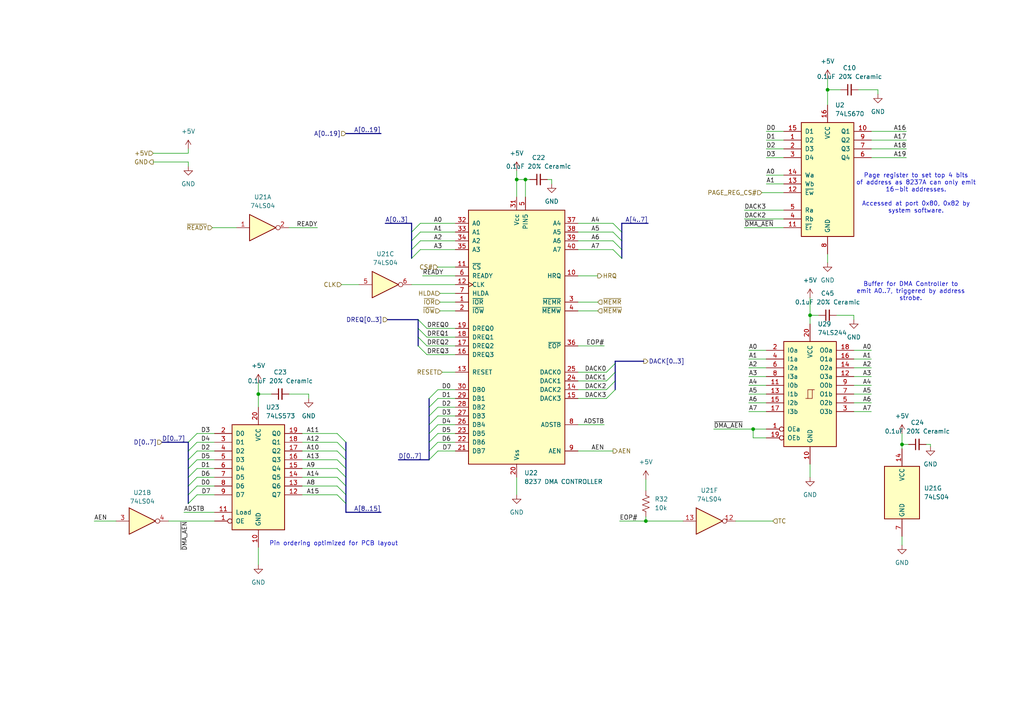
<source format=kicad_sch>
(kicad_sch
	(version 20231120)
	(generator "eeschema")
	(generator_version "8.0")
	(uuid "37759245-f25e-4af3-a22a-2d79cfc85796")
	(paper "A4")
	(lib_symbols
		(symbol "74xx:74LS04"
			(exclude_from_sim no)
			(in_bom yes)
			(on_board yes)
			(property "Reference" "U"
				(at 0 1.27 0)
				(effects
					(font
						(size 1.27 1.27)
					)
				)
			)
			(property "Value" "74LS04"
				(at 0 -1.27 0)
				(effects
					(font
						(size 1.27 1.27)
					)
				)
			)
			(property "Footprint" ""
				(at 0 0 0)
				(effects
					(font
						(size 1.27 1.27)
					)
					(hide yes)
				)
			)
			(property "Datasheet" "http://www.ti.com/lit/gpn/sn74LS04"
				(at 0 0 0)
				(effects
					(font
						(size 1.27 1.27)
					)
					(hide yes)
				)
			)
			(property "Description" "Hex Inverter"
				(at 0 0 0)
				(effects
					(font
						(size 1.27 1.27)
					)
					(hide yes)
				)
			)
			(property "ki_locked" ""
				(at 0 0 0)
				(effects
					(font
						(size 1.27 1.27)
					)
				)
			)
			(property "ki_keywords" "TTL not inv"
				(at 0 0 0)
				(effects
					(font
						(size 1.27 1.27)
					)
					(hide yes)
				)
			)
			(property "ki_fp_filters" "DIP*W7.62mm* SSOP?14* TSSOP?14*"
				(at 0 0 0)
				(effects
					(font
						(size 1.27 1.27)
					)
					(hide yes)
				)
			)
			(symbol "74LS04_1_0"
				(polyline
					(pts
						(xy -3.81 3.81) (xy -3.81 -3.81) (xy 3.81 0) (xy -3.81 3.81)
					)
					(stroke
						(width 0.254)
						(type default)
					)
					(fill
						(type background)
					)
				)
				(pin input line
					(at -7.62 0 0)
					(length 3.81)
					(name "~"
						(effects
							(font
								(size 1.27 1.27)
							)
						)
					)
					(number "1"
						(effects
							(font
								(size 1.27 1.27)
							)
						)
					)
				)
				(pin output inverted
					(at 7.62 0 180)
					(length 3.81)
					(name "~"
						(effects
							(font
								(size 1.27 1.27)
							)
						)
					)
					(number "2"
						(effects
							(font
								(size 1.27 1.27)
							)
						)
					)
				)
			)
			(symbol "74LS04_2_0"
				(polyline
					(pts
						(xy -3.81 3.81) (xy -3.81 -3.81) (xy 3.81 0) (xy -3.81 3.81)
					)
					(stroke
						(width 0.254)
						(type default)
					)
					(fill
						(type background)
					)
				)
				(pin input line
					(at -7.62 0 0)
					(length 3.81)
					(name "~"
						(effects
							(font
								(size 1.27 1.27)
							)
						)
					)
					(number "3"
						(effects
							(font
								(size 1.27 1.27)
							)
						)
					)
				)
				(pin output inverted
					(at 7.62 0 180)
					(length 3.81)
					(name "~"
						(effects
							(font
								(size 1.27 1.27)
							)
						)
					)
					(number "4"
						(effects
							(font
								(size 1.27 1.27)
							)
						)
					)
				)
			)
			(symbol "74LS04_3_0"
				(polyline
					(pts
						(xy -3.81 3.81) (xy -3.81 -3.81) (xy 3.81 0) (xy -3.81 3.81)
					)
					(stroke
						(width 0.254)
						(type default)
					)
					(fill
						(type background)
					)
				)
				(pin input line
					(at -7.62 0 0)
					(length 3.81)
					(name "~"
						(effects
							(font
								(size 1.27 1.27)
							)
						)
					)
					(number "5"
						(effects
							(font
								(size 1.27 1.27)
							)
						)
					)
				)
				(pin output inverted
					(at 7.62 0 180)
					(length 3.81)
					(name "~"
						(effects
							(font
								(size 1.27 1.27)
							)
						)
					)
					(number "6"
						(effects
							(font
								(size 1.27 1.27)
							)
						)
					)
				)
			)
			(symbol "74LS04_4_0"
				(polyline
					(pts
						(xy -3.81 3.81) (xy -3.81 -3.81) (xy 3.81 0) (xy -3.81 3.81)
					)
					(stroke
						(width 0.254)
						(type default)
					)
					(fill
						(type background)
					)
				)
				(pin output inverted
					(at 7.62 0 180)
					(length 3.81)
					(name "~"
						(effects
							(font
								(size 1.27 1.27)
							)
						)
					)
					(number "8"
						(effects
							(font
								(size 1.27 1.27)
							)
						)
					)
				)
				(pin input line
					(at -7.62 0 0)
					(length 3.81)
					(name "~"
						(effects
							(font
								(size 1.27 1.27)
							)
						)
					)
					(number "9"
						(effects
							(font
								(size 1.27 1.27)
							)
						)
					)
				)
			)
			(symbol "74LS04_5_0"
				(polyline
					(pts
						(xy -3.81 3.81) (xy -3.81 -3.81) (xy 3.81 0) (xy -3.81 3.81)
					)
					(stroke
						(width 0.254)
						(type default)
					)
					(fill
						(type background)
					)
				)
				(pin output inverted
					(at 7.62 0 180)
					(length 3.81)
					(name "~"
						(effects
							(font
								(size 1.27 1.27)
							)
						)
					)
					(number "10"
						(effects
							(font
								(size 1.27 1.27)
							)
						)
					)
				)
				(pin input line
					(at -7.62 0 0)
					(length 3.81)
					(name "~"
						(effects
							(font
								(size 1.27 1.27)
							)
						)
					)
					(number "11"
						(effects
							(font
								(size 1.27 1.27)
							)
						)
					)
				)
			)
			(symbol "74LS04_6_0"
				(polyline
					(pts
						(xy -3.81 3.81) (xy -3.81 -3.81) (xy 3.81 0) (xy -3.81 3.81)
					)
					(stroke
						(width 0.254)
						(type default)
					)
					(fill
						(type background)
					)
				)
				(pin output inverted
					(at 7.62 0 180)
					(length 3.81)
					(name "~"
						(effects
							(font
								(size 1.27 1.27)
							)
						)
					)
					(number "12"
						(effects
							(font
								(size 1.27 1.27)
							)
						)
					)
				)
				(pin input line
					(at -7.62 0 0)
					(length 3.81)
					(name "~"
						(effects
							(font
								(size 1.27 1.27)
							)
						)
					)
					(number "13"
						(effects
							(font
								(size 1.27 1.27)
							)
						)
					)
				)
			)
			(symbol "74LS04_7_0"
				(pin power_in line
					(at 0 12.7 270)
					(length 5.08)
					(name "VCC"
						(effects
							(font
								(size 1.27 1.27)
							)
						)
					)
					(number "14"
						(effects
							(font
								(size 1.27 1.27)
							)
						)
					)
				)
				(pin power_in line
					(at 0 -12.7 90)
					(length 5.08)
					(name "GND"
						(effects
							(font
								(size 1.27 1.27)
							)
						)
					)
					(number "7"
						(effects
							(font
								(size 1.27 1.27)
							)
						)
					)
				)
			)
			(symbol "74LS04_7_1"
				(rectangle
					(start -5.08 7.62)
					(end 5.08 -7.62)
					(stroke
						(width 0.254)
						(type default)
					)
					(fill
						(type background)
					)
				)
			)
		)
		(symbol "74xx:74LS244"
			(pin_names
				(offset 1.016)
			)
			(exclude_from_sim no)
			(in_bom yes)
			(on_board yes)
			(property "Reference" "U"
				(at -7.62 16.51 0)
				(effects
					(font
						(size 1.27 1.27)
					)
				)
			)
			(property "Value" "74LS244"
				(at -7.62 -16.51 0)
				(effects
					(font
						(size 1.27 1.27)
					)
				)
			)
			(property "Footprint" ""
				(at 0 0 0)
				(effects
					(font
						(size 1.27 1.27)
					)
					(hide yes)
				)
			)
			(property "Datasheet" "http://www.ti.com/lit/ds/symlink/sn74ls244.pdf"
				(at 0 0 0)
				(effects
					(font
						(size 1.27 1.27)
					)
					(hide yes)
				)
			)
			(property "Description" "Octal Buffer and Line Driver With 3-State Output, active-low enables, non-inverting outputs"
				(at 0 0 0)
				(effects
					(font
						(size 1.27 1.27)
					)
					(hide yes)
				)
			)
			(property "ki_keywords" "7400 logic ttl low power schottky"
				(at 0 0 0)
				(effects
					(font
						(size 1.27 1.27)
					)
					(hide yes)
				)
			)
			(property "ki_fp_filters" "DIP?20*"
				(at 0 0 0)
				(effects
					(font
						(size 1.27 1.27)
					)
					(hide yes)
				)
			)
			(symbol "74LS244_1_0"
				(polyline
					(pts
						(xy -0.635 -1.27) (xy -0.635 1.27) (xy 0.635 1.27)
					)
					(stroke
						(width 0)
						(type default)
					)
					(fill
						(type none)
					)
				)
				(polyline
					(pts
						(xy -1.27 -1.27) (xy 0.635 -1.27) (xy 0.635 1.27) (xy 1.27 1.27)
					)
					(stroke
						(width 0)
						(type default)
					)
					(fill
						(type none)
					)
				)
				(pin input inverted
					(at -12.7 -10.16 0)
					(length 5.08)
					(name "OEa"
						(effects
							(font
								(size 1.27 1.27)
							)
						)
					)
					(number "1"
						(effects
							(font
								(size 1.27 1.27)
							)
						)
					)
				)
				(pin power_in line
					(at 0 -20.32 90)
					(length 5.08)
					(name "GND"
						(effects
							(font
								(size 1.27 1.27)
							)
						)
					)
					(number "10"
						(effects
							(font
								(size 1.27 1.27)
							)
						)
					)
				)
				(pin input line
					(at -12.7 2.54 0)
					(length 5.08)
					(name "I0b"
						(effects
							(font
								(size 1.27 1.27)
							)
						)
					)
					(number "11"
						(effects
							(font
								(size 1.27 1.27)
							)
						)
					)
				)
				(pin tri_state line
					(at 12.7 5.08 180)
					(length 5.08)
					(name "O3a"
						(effects
							(font
								(size 1.27 1.27)
							)
						)
					)
					(number "12"
						(effects
							(font
								(size 1.27 1.27)
							)
						)
					)
				)
				(pin input line
					(at -12.7 0 0)
					(length 5.08)
					(name "I1b"
						(effects
							(font
								(size 1.27 1.27)
							)
						)
					)
					(number "13"
						(effects
							(font
								(size 1.27 1.27)
							)
						)
					)
				)
				(pin tri_state line
					(at 12.7 7.62 180)
					(length 5.08)
					(name "O2a"
						(effects
							(font
								(size 1.27 1.27)
							)
						)
					)
					(number "14"
						(effects
							(font
								(size 1.27 1.27)
							)
						)
					)
				)
				(pin input line
					(at -12.7 -2.54 0)
					(length 5.08)
					(name "I2b"
						(effects
							(font
								(size 1.27 1.27)
							)
						)
					)
					(number "15"
						(effects
							(font
								(size 1.27 1.27)
							)
						)
					)
				)
				(pin tri_state line
					(at 12.7 10.16 180)
					(length 5.08)
					(name "O1a"
						(effects
							(font
								(size 1.27 1.27)
							)
						)
					)
					(number "16"
						(effects
							(font
								(size 1.27 1.27)
							)
						)
					)
				)
				(pin input line
					(at -12.7 -5.08 0)
					(length 5.08)
					(name "I3b"
						(effects
							(font
								(size 1.27 1.27)
							)
						)
					)
					(number "17"
						(effects
							(font
								(size 1.27 1.27)
							)
						)
					)
				)
				(pin tri_state line
					(at 12.7 12.7 180)
					(length 5.08)
					(name "O0a"
						(effects
							(font
								(size 1.27 1.27)
							)
						)
					)
					(number "18"
						(effects
							(font
								(size 1.27 1.27)
							)
						)
					)
				)
				(pin input inverted
					(at -12.7 -12.7 0)
					(length 5.08)
					(name "OEb"
						(effects
							(font
								(size 1.27 1.27)
							)
						)
					)
					(number "19"
						(effects
							(font
								(size 1.27 1.27)
							)
						)
					)
				)
				(pin input line
					(at -12.7 12.7 0)
					(length 5.08)
					(name "I0a"
						(effects
							(font
								(size 1.27 1.27)
							)
						)
					)
					(number "2"
						(effects
							(font
								(size 1.27 1.27)
							)
						)
					)
				)
				(pin power_in line
					(at 0 20.32 270)
					(length 5.08)
					(name "VCC"
						(effects
							(font
								(size 1.27 1.27)
							)
						)
					)
					(number "20"
						(effects
							(font
								(size 1.27 1.27)
							)
						)
					)
				)
				(pin tri_state line
					(at 12.7 -5.08 180)
					(length 5.08)
					(name "O3b"
						(effects
							(font
								(size 1.27 1.27)
							)
						)
					)
					(number "3"
						(effects
							(font
								(size 1.27 1.27)
							)
						)
					)
				)
				(pin input line
					(at -12.7 10.16 0)
					(length 5.08)
					(name "I1a"
						(effects
							(font
								(size 1.27 1.27)
							)
						)
					)
					(number "4"
						(effects
							(font
								(size 1.27 1.27)
							)
						)
					)
				)
				(pin tri_state line
					(at 12.7 -2.54 180)
					(length 5.08)
					(name "O2b"
						(effects
							(font
								(size 1.27 1.27)
							)
						)
					)
					(number "5"
						(effects
							(font
								(size 1.27 1.27)
							)
						)
					)
				)
				(pin input line
					(at -12.7 7.62 0)
					(length 5.08)
					(name "I2a"
						(effects
							(font
								(size 1.27 1.27)
							)
						)
					)
					(number "6"
						(effects
							(font
								(size 1.27 1.27)
							)
						)
					)
				)
				(pin tri_state line
					(at 12.7 0 180)
					(length 5.08)
					(name "O1b"
						(effects
							(font
								(size 1.27 1.27)
							)
						)
					)
					(number "7"
						(effects
							(font
								(size 1.27 1.27)
							)
						)
					)
				)
				(pin input line
					(at -12.7 5.08 0)
					(length 5.08)
					(name "I3a"
						(effects
							(font
								(size 1.27 1.27)
							)
						)
					)
					(number "8"
						(effects
							(font
								(size 1.27 1.27)
							)
						)
					)
				)
				(pin tri_state line
					(at 12.7 2.54 180)
					(length 5.08)
					(name "O0b"
						(effects
							(font
								(size 1.27 1.27)
							)
						)
					)
					(number "9"
						(effects
							(font
								(size 1.27 1.27)
							)
						)
					)
				)
			)
			(symbol "74LS244_1_1"
				(rectangle
					(start -7.62 15.24)
					(end 7.62 -15.24)
					(stroke
						(width 0.254)
						(type default)
					)
					(fill
						(type background)
					)
				)
			)
		)
		(symbol "74xx:74LS573"
			(pin_names
				(offset 1.016)
			)
			(exclude_from_sim no)
			(in_bom yes)
			(on_board yes)
			(property "Reference" "U"
				(at -7.62 16.51 0)
				(effects
					(font
						(size 1.27 1.27)
					)
				)
			)
			(property "Value" "74LS573"
				(at -7.62 -16.51 0)
				(effects
					(font
						(size 1.27 1.27)
					)
				)
			)
			(property "Footprint" ""
				(at 0 0 0)
				(effects
					(font
						(size 1.27 1.27)
					)
					(hide yes)
				)
			)
			(property "Datasheet" "74xx/74hc573.pdf"
				(at 0 0 0)
				(effects
					(font
						(size 1.27 1.27)
					)
					(hide yes)
				)
			)
			(property "Description" "8-bit Latch 3-state outputs"
				(at 0 0 0)
				(effects
					(font
						(size 1.27 1.27)
					)
					(hide yes)
				)
			)
			(property "ki_locked" ""
				(at 0 0 0)
				(effects
					(font
						(size 1.27 1.27)
					)
				)
			)
			(property "ki_keywords" "TTL DFF DFF8 LATCH 3State"
				(at 0 0 0)
				(effects
					(font
						(size 1.27 1.27)
					)
					(hide yes)
				)
			)
			(property "ki_fp_filters" "DIP?20*"
				(at 0 0 0)
				(effects
					(font
						(size 1.27 1.27)
					)
					(hide yes)
				)
			)
			(symbol "74LS573_1_0"
				(pin input inverted
					(at -12.7 -12.7 0)
					(length 5.08)
					(name "OE"
						(effects
							(font
								(size 1.27 1.27)
							)
						)
					)
					(number "1"
						(effects
							(font
								(size 1.27 1.27)
							)
						)
					)
				)
				(pin power_in line
					(at 0 -20.32 90)
					(length 5.08)
					(name "GND"
						(effects
							(font
								(size 1.27 1.27)
							)
						)
					)
					(number "10"
						(effects
							(font
								(size 1.27 1.27)
							)
						)
					)
				)
				(pin input line
					(at -12.7 -10.16 0)
					(length 5.08)
					(name "Load"
						(effects
							(font
								(size 1.27 1.27)
							)
						)
					)
					(number "11"
						(effects
							(font
								(size 1.27 1.27)
							)
						)
					)
				)
				(pin tri_state line
					(at 12.7 -5.08 180)
					(length 5.08)
					(name "Q7"
						(effects
							(font
								(size 1.27 1.27)
							)
						)
					)
					(number "12"
						(effects
							(font
								(size 1.27 1.27)
							)
						)
					)
				)
				(pin tri_state line
					(at 12.7 -2.54 180)
					(length 5.08)
					(name "Q6"
						(effects
							(font
								(size 1.27 1.27)
							)
						)
					)
					(number "13"
						(effects
							(font
								(size 1.27 1.27)
							)
						)
					)
				)
				(pin tri_state line
					(at 12.7 0 180)
					(length 5.08)
					(name "Q5"
						(effects
							(font
								(size 1.27 1.27)
							)
						)
					)
					(number "14"
						(effects
							(font
								(size 1.27 1.27)
							)
						)
					)
				)
				(pin tri_state line
					(at 12.7 2.54 180)
					(length 5.08)
					(name "Q4"
						(effects
							(font
								(size 1.27 1.27)
							)
						)
					)
					(number "15"
						(effects
							(font
								(size 1.27 1.27)
							)
						)
					)
				)
				(pin tri_state line
					(at 12.7 5.08 180)
					(length 5.08)
					(name "Q3"
						(effects
							(font
								(size 1.27 1.27)
							)
						)
					)
					(number "16"
						(effects
							(font
								(size 1.27 1.27)
							)
						)
					)
				)
				(pin tri_state line
					(at 12.7 7.62 180)
					(length 5.08)
					(name "Q2"
						(effects
							(font
								(size 1.27 1.27)
							)
						)
					)
					(number "17"
						(effects
							(font
								(size 1.27 1.27)
							)
						)
					)
				)
				(pin tri_state line
					(at 12.7 10.16 180)
					(length 5.08)
					(name "Q1"
						(effects
							(font
								(size 1.27 1.27)
							)
						)
					)
					(number "18"
						(effects
							(font
								(size 1.27 1.27)
							)
						)
					)
				)
				(pin tri_state line
					(at 12.7 12.7 180)
					(length 5.08)
					(name "Q0"
						(effects
							(font
								(size 1.27 1.27)
							)
						)
					)
					(number "19"
						(effects
							(font
								(size 1.27 1.27)
							)
						)
					)
				)
				(pin input line
					(at -12.7 12.7 0)
					(length 5.08)
					(name "D0"
						(effects
							(font
								(size 1.27 1.27)
							)
						)
					)
					(number "2"
						(effects
							(font
								(size 1.27 1.27)
							)
						)
					)
				)
				(pin power_in line
					(at 0 20.32 270)
					(length 5.08)
					(name "VCC"
						(effects
							(font
								(size 1.27 1.27)
							)
						)
					)
					(number "20"
						(effects
							(font
								(size 1.27 1.27)
							)
						)
					)
				)
				(pin input line
					(at -12.7 10.16 0)
					(length 5.08)
					(name "D1"
						(effects
							(font
								(size 1.27 1.27)
							)
						)
					)
					(number "3"
						(effects
							(font
								(size 1.27 1.27)
							)
						)
					)
				)
				(pin input line
					(at -12.7 7.62 0)
					(length 5.08)
					(name "D2"
						(effects
							(font
								(size 1.27 1.27)
							)
						)
					)
					(number "4"
						(effects
							(font
								(size 1.27 1.27)
							)
						)
					)
				)
				(pin input line
					(at -12.7 5.08 0)
					(length 5.08)
					(name "D3"
						(effects
							(font
								(size 1.27 1.27)
							)
						)
					)
					(number "5"
						(effects
							(font
								(size 1.27 1.27)
							)
						)
					)
				)
				(pin input line
					(at -12.7 2.54 0)
					(length 5.08)
					(name "D4"
						(effects
							(font
								(size 1.27 1.27)
							)
						)
					)
					(number "6"
						(effects
							(font
								(size 1.27 1.27)
							)
						)
					)
				)
				(pin input line
					(at -12.7 0 0)
					(length 5.08)
					(name "D5"
						(effects
							(font
								(size 1.27 1.27)
							)
						)
					)
					(number "7"
						(effects
							(font
								(size 1.27 1.27)
							)
						)
					)
				)
				(pin input line
					(at -12.7 -2.54 0)
					(length 5.08)
					(name "D6"
						(effects
							(font
								(size 1.27 1.27)
							)
						)
					)
					(number "8"
						(effects
							(font
								(size 1.27 1.27)
							)
						)
					)
				)
				(pin input line
					(at -12.7 -5.08 0)
					(length 5.08)
					(name "D7"
						(effects
							(font
								(size 1.27 1.27)
							)
						)
					)
					(number "9"
						(effects
							(font
								(size 1.27 1.27)
							)
						)
					)
				)
			)
			(symbol "74LS573_1_1"
				(rectangle
					(start -7.62 15.24)
					(end 7.62 -15.24)
					(stroke
						(width 0.254)
						(type default)
					)
					(fill
						(type background)
					)
				)
			)
		)
		(symbol "74xx:74LS670"
			(pin_names
				(offset 1.016)
			)
			(exclude_from_sim no)
			(in_bom yes)
			(on_board yes)
			(property "Reference" "U"
				(at -7.62 16.51 0)
				(effects
					(font
						(size 1.27 1.27)
					)
				)
			)
			(property "Value" "74LS670"
				(at -7.62 -19.05 0)
				(effects
					(font
						(size 1.27 1.27)
					)
				)
			)
			(property "Footprint" ""
				(at 0 0 0)
				(effects
					(font
						(size 1.27 1.27)
					)
					(hide yes)
				)
			)
			(property "Datasheet" "http://www.ti.com/lit/gpn/sn74LS670"
				(at 0 0 0)
				(effects
					(font
						(size 1.27 1.27)
					)
					(hide yes)
				)
			)
			(property "Description" "4 x 4 Register Files 3-State Outputs"
				(at 0 0 0)
				(effects
					(font
						(size 1.27 1.27)
					)
					(hide yes)
				)
			)
			(property "ki_locked" ""
				(at 0 0 0)
				(effects
					(font
						(size 1.27 1.27)
					)
				)
			)
			(property "ki_keywords" "TTL Register 3State"
				(at 0 0 0)
				(effects
					(font
						(size 1.27 1.27)
					)
					(hide yes)
				)
			)
			(property "ki_fp_filters" "DIP?16*"
				(at 0 0 0)
				(effects
					(font
						(size 1.27 1.27)
					)
					(hide yes)
				)
			)
			(symbol "74LS670_1_0"
				(pin input line
					(at -12.7 10.16 0)
					(length 5.08)
					(name "D2"
						(effects
							(font
								(size 1.27 1.27)
							)
						)
					)
					(number "1"
						(effects
							(font
								(size 1.27 1.27)
							)
						)
					)
				)
				(pin tri_state line
					(at 12.7 12.7 180)
					(length 5.08)
					(name "Q1"
						(effects
							(font
								(size 1.27 1.27)
							)
						)
					)
					(number "10"
						(effects
							(font
								(size 1.27 1.27)
							)
						)
					)
				)
				(pin input line
					(at -12.7 -15.24 0)
					(length 5.08)
					(name "~{Er}"
						(effects
							(font
								(size 1.27 1.27)
							)
						)
					)
					(number "11"
						(effects
							(font
								(size 1.27 1.27)
							)
						)
					)
				)
				(pin input line
					(at -12.7 -5.08 0)
					(length 5.08)
					(name "~{Ew}"
						(effects
							(font
								(size 1.27 1.27)
							)
						)
					)
					(number "12"
						(effects
							(font
								(size 1.27 1.27)
							)
						)
					)
				)
				(pin input line
					(at -12.7 -2.54 0)
					(length 5.08)
					(name "Wb"
						(effects
							(font
								(size 1.27 1.27)
							)
						)
					)
					(number "13"
						(effects
							(font
								(size 1.27 1.27)
							)
						)
					)
				)
				(pin input line
					(at -12.7 0 0)
					(length 5.08)
					(name "Wa"
						(effects
							(font
								(size 1.27 1.27)
							)
						)
					)
					(number "14"
						(effects
							(font
								(size 1.27 1.27)
							)
						)
					)
				)
				(pin input line
					(at -12.7 12.7 0)
					(length 5.08)
					(name "D1"
						(effects
							(font
								(size 1.27 1.27)
							)
						)
					)
					(number "15"
						(effects
							(font
								(size 1.27 1.27)
							)
						)
					)
				)
				(pin power_in line
					(at 0 20.32 270)
					(length 5.08)
					(name "VCC"
						(effects
							(font
								(size 1.27 1.27)
							)
						)
					)
					(number "16"
						(effects
							(font
								(size 1.27 1.27)
							)
						)
					)
				)
				(pin input line
					(at -12.7 7.62 0)
					(length 5.08)
					(name "D3"
						(effects
							(font
								(size 1.27 1.27)
							)
						)
					)
					(number "2"
						(effects
							(font
								(size 1.27 1.27)
							)
						)
					)
				)
				(pin input line
					(at -12.7 5.08 0)
					(length 5.08)
					(name "D4"
						(effects
							(font
								(size 1.27 1.27)
							)
						)
					)
					(number "3"
						(effects
							(font
								(size 1.27 1.27)
							)
						)
					)
				)
				(pin input line
					(at -12.7 -12.7 0)
					(length 5.08)
					(name "Rb"
						(effects
							(font
								(size 1.27 1.27)
							)
						)
					)
					(number "4"
						(effects
							(font
								(size 1.27 1.27)
							)
						)
					)
				)
				(pin input line
					(at -12.7 -10.16 0)
					(length 5.08)
					(name "Ra"
						(effects
							(font
								(size 1.27 1.27)
							)
						)
					)
					(number "5"
						(effects
							(font
								(size 1.27 1.27)
							)
						)
					)
				)
				(pin tri_state line
					(at 12.7 5.08 180)
					(length 5.08)
					(name "Q4"
						(effects
							(font
								(size 1.27 1.27)
							)
						)
					)
					(number "6"
						(effects
							(font
								(size 1.27 1.27)
							)
						)
					)
				)
				(pin tri_state line
					(at 12.7 7.62 180)
					(length 5.08)
					(name "Q3"
						(effects
							(font
								(size 1.27 1.27)
							)
						)
					)
					(number "7"
						(effects
							(font
								(size 1.27 1.27)
							)
						)
					)
				)
				(pin power_in line
					(at 0 -22.86 90)
					(length 5.08)
					(name "GND"
						(effects
							(font
								(size 1.27 1.27)
							)
						)
					)
					(number "8"
						(effects
							(font
								(size 1.27 1.27)
							)
						)
					)
				)
				(pin tri_state line
					(at 12.7 10.16 180)
					(length 5.08)
					(name "Q2"
						(effects
							(font
								(size 1.27 1.27)
							)
						)
					)
					(number "9"
						(effects
							(font
								(size 1.27 1.27)
							)
						)
					)
				)
			)
			(symbol "74LS670_1_1"
				(rectangle
					(start -7.62 15.24)
					(end 7.62 -17.78)
					(stroke
						(width 0.254)
						(type default)
					)
					(fill
						(type background)
					)
				)
			)
		)
		(symbol "Device:C_Small"
			(pin_numbers hide)
			(pin_names
				(offset 0.254) hide)
			(exclude_from_sim no)
			(in_bom yes)
			(on_board yes)
			(property "Reference" "C"
				(at 0.254 1.778 0)
				(effects
					(font
						(size 1.27 1.27)
					)
					(justify left)
				)
			)
			(property "Value" "C_Small"
				(at 0.254 -2.032 0)
				(effects
					(font
						(size 1.27 1.27)
					)
					(justify left)
				)
			)
			(property "Footprint" ""
				(at 0 0 0)
				(effects
					(font
						(size 1.27 1.27)
					)
					(hide yes)
				)
			)
			(property "Datasheet" "~"
				(at 0 0 0)
				(effects
					(font
						(size 1.27 1.27)
					)
					(hide yes)
				)
			)
			(property "Description" "Unpolarized capacitor, small symbol"
				(at 0 0 0)
				(effects
					(font
						(size 1.27 1.27)
					)
					(hide yes)
				)
			)
			(property "ki_keywords" "capacitor cap"
				(at 0 0 0)
				(effects
					(font
						(size 1.27 1.27)
					)
					(hide yes)
				)
			)
			(property "ki_fp_filters" "C_*"
				(at 0 0 0)
				(effects
					(font
						(size 1.27 1.27)
					)
					(hide yes)
				)
			)
			(symbol "C_Small_0_1"
				(polyline
					(pts
						(xy -1.524 -0.508) (xy 1.524 -0.508)
					)
					(stroke
						(width 0.3302)
						(type default)
					)
					(fill
						(type none)
					)
				)
				(polyline
					(pts
						(xy -1.524 0.508) (xy 1.524 0.508)
					)
					(stroke
						(width 0.3048)
						(type default)
					)
					(fill
						(type none)
					)
				)
			)
			(symbol "C_Small_1_1"
				(pin passive line
					(at 0 2.54 270)
					(length 2.032)
					(name "~"
						(effects
							(font
								(size 1.27 1.27)
							)
						)
					)
					(number "1"
						(effects
							(font
								(size 1.27 1.27)
							)
						)
					)
				)
				(pin passive line
					(at 0 -2.54 90)
					(length 2.032)
					(name "~"
						(effects
							(font
								(size 1.27 1.27)
							)
						)
					)
					(number "2"
						(effects
							(font
								(size 1.27 1.27)
							)
						)
					)
				)
			)
		)
		(symbol "Device:R_US"
			(pin_numbers hide)
			(pin_names
				(offset 0)
			)
			(exclude_from_sim no)
			(in_bom yes)
			(on_board yes)
			(property "Reference" "R"
				(at 2.54 0 90)
				(effects
					(font
						(size 1.27 1.27)
					)
				)
			)
			(property "Value" "R_US"
				(at -2.54 0 90)
				(effects
					(font
						(size 1.27 1.27)
					)
				)
			)
			(property "Footprint" ""
				(at 1.016 -0.254 90)
				(effects
					(font
						(size 1.27 1.27)
					)
					(hide yes)
				)
			)
			(property "Datasheet" "~"
				(at 0 0 0)
				(effects
					(font
						(size 1.27 1.27)
					)
					(hide yes)
				)
			)
			(property "Description" "Resistor, US symbol"
				(at 0 0 0)
				(effects
					(font
						(size 1.27 1.27)
					)
					(hide yes)
				)
			)
			(property "ki_keywords" "R res resistor"
				(at 0 0 0)
				(effects
					(font
						(size 1.27 1.27)
					)
					(hide yes)
				)
			)
			(property "ki_fp_filters" "R_*"
				(at 0 0 0)
				(effects
					(font
						(size 1.27 1.27)
					)
					(hide yes)
				)
			)
			(symbol "R_US_0_1"
				(polyline
					(pts
						(xy 0 -2.286) (xy 0 -2.54)
					)
					(stroke
						(width 0)
						(type default)
					)
					(fill
						(type none)
					)
				)
				(polyline
					(pts
						(xy 0 2.286) (xy 0 2.54)
					)
					(stroke
						(width 0)
						(type default)
					)
					(fill
						(type none)
					)
				)
				(polyline
					(pts
						(xy 0 -0.762) (xy 1.016 -1.143) (xy 0 -1.524) (xy -1.016 -1.905) (xy 0 -2.286)
					)
					(stroke
						(width 0)
						(type default)
					)
					(fill
						(type none)
					)
				)
				(polyline
					(pts
						(xy 0 0.762) (xy 1.016 0.381) (xy 0 0) (xy -1.016 -0.381) (xy 0 -0.762)
					)
					(stroke
						(width 0)
						(type default)
					)
					(fill
						(type none)
					)
				)
				(polyline
					(pts
						(xy 0 2.286) (xy 1.016 1.905) (xy 0 1.524) (xy -1.016 1.143) (xy 0 0.762)
					)
					(stroke
						(width 0)
						(type default)
					)
					(fill
						(type none)
					)
				)
			)
			(symbol "R_US_1_1"
				(pin passive line
					(at 0 3.81 270)
					(length 1.27)
					(name "~"
						(effects
							(font
								(size 1.27 1.27)
							)
						)
					)
					(number "1"
						(effects
							(font
								(size 1.27 1.27)
							)
						)
					)
				)
				(pin passive line
					(at 0 -3.81 90)
					(length 1.27)
					(name "~"
						(effects
							(font
								(size 1.27 1.27)
							)
						)
					)
					(number "2"
						(effects
							(font
								(size 1.27 1.27)
							)
						)
					)
				)
			)
		)
		(symbol "Interface:8237"
			(pin_names
				(offset 1.016)
			)
			(exclude_from_sim no)
			(in_bom yes)
			(on_board yes)
			(property "Reference" "U"
				(at -13.97 38.1 0)
				(effects
					(font
						(size 1.27 1.27)
					)
					(justify left)
				)
			)
			(property "Value" "8237"
				(at 8.89 38.1 0)
				(effects
					(font
						(size 1.27 1.27)
					)
					(justify left)
				)
			)
			(property "Footprint" "Package_DIP:DIP-40_W15.24mm"
				(at 0 5.08 0)
				(effects
					(font
						(size 1.27 1.27)
					)
					(hide yes)
				)
			)
			(property "Datasheet" "https://pdos.csail.mit.edu/6.828/2012/readings/hardware/8237A.pdf"
				(at 0 7.62 0)
				(effects
					(font
						(size 1.27 1.27)
					)
					(hide yes)
				)
			)
			(property "Description" "Programmable DMA Controller, PDIP-40"
				(at 0 0 0)
				(effects
					(font
						(size 1.27 1.27)
					)
					(hide yes)
				)
			)
			(property "ki_keywords" "8237 DMA"
				(at 0 0 0)
				(effects
					(font
						(size 1.27 1.27)
					)
					(hide yes)
				)
			)
			(property "ki_fp_filters" "DIP*W15.24mm* PDIP*W15.24mm*"
				(at 0 0 0)
				(effects
					(font
						(size 1.27 1.27)
					)
					(hide yes)
				)
			)
			(symbol "8237_1_1"
				(rectangle
					(start -13.97 -36.83)
					(end 13.97 36.83)
					(stroke
						(width 0.254)
						(type default)
					)
					(fill
						(type background)
					)
				)
				(pin bidirectional line
					(at -17.78 10.16 0)
					(length 3.81)
					(name "~{IOR}"
						(effects
							(font
								(size 1.27 1.27)
							)
						)
					)
					(number "1"
						(effects
							(font
								(size 1.27 1.27)
							)
						)
					)
				)
				(pin output line
					(at 17.78 17.78 180)
					(length 3.81)
					(name "HRQ"
						(effects
							(font
								(size 1.27 1.27)
							)
						)
					)
					(number "10"
						(effects
							(font
								(size 1.27 1.27)
							)
						)
					)
				)
				(pin input line
					(at -17.78 20.32 0)
					(length 3.81)
					(name "~{CS}"
						(effects
							(font
								(size 1.27 1.27)
							)
						)
					)
					(number "11"
						(effects
							(font
								(size 1.27 1.27)
							)
						)
					)
				)
				(pin input clock
					(at -17.78 15.24 0)
					(length 3.81)
					(name "CLK"
						(effects
							(font
								(size 1.27 1.27)
							)
						)
					)
					(number "12"
						(effects
							(font
								(size 1.27 1.27)
							)
						)
					)
				)
				(pin input line
					(at -17.78 -10.16 0)
					(length 3.81)
					(name "RESET"
						(effects
							(font
								(size 1.27 1.27)
							)
						)
					)
					(number "13"
						(effects
							(font
								(size 1.27 1.27)
							)
						)
					)
				)
				(pin output line
					(at 17.78 -15.24 180)
					(length 3.81)
					(name "DACK2"
						(effects
							(font
								(size 1.27 1.27)
							)
						)
					)
					(number "14"
						(effects
							(font
								(size 1.27 1.27)
							)
						)
					)
				)
				(pin output line
					(at 17.78 -17.78 180)
					(length 3.81)
					(name "DACK3"
						(effects
							(font
								(size 1.27 1.27)
							)
						)
					)
					(number "15"
						(effects
							(font
								(size 1.27 1.27)
							)
						)
					)
				)
				(pin input line
					(at -17.78 -5.08 0)
					(length 3.81)
					(name "DREQ3"
						(effects
							(font
								(size 1.27 1.27)
							)
						)
					)
					(number "16"
						(effects
							(font
								(size 1.27 1.27)
							)
						)
					)
				)
				(pin input line
					(at -17.78 -2.54 0)
					(length 3.81)
					(name "DREQ2"
						(effects
							(font
								(size 1.27 1.27)
							)
						)
					)
					(number "17"
						(effects
							(font
								(size 1.27 1.27)
							)
						)
					)
				)
				(pin input line
					(at -17.78 0 0)
					(length 3.81)
					(name "DREQ1"
						(effects
							(font
								(size 1.27 1.27)
							)
						)
					)
					(number "18"
						(effects
							(font
								(size 1.27 1.27)
							)
						)
					)
				)
				(pin input line
					(at -17.78 2.54 0)
					(length 3.81)
					(name "DREQ0"
						(effects
							(font
								(size 1.27 1.27)
							)
						)
					)
					(number "19"
						(effects
							(font
								(size 1.27 1.27)
							)
						)
					)
				)
				(pin bidirectional line
					(at -17.78 7.62 0)
					(length 3.81)
					(name "~{IOW}"
						(effects
							(font
								(size 1.27 1.27)
							)
						)
					)
					(number "2"
						(effects
							(font
								(size 1.27 1.27)
							)
						)
					)
				)
				(pin power_in line
					(at 0 -40.64 90)
					(length 3.81)
					(name "Vss"
						(effects
							(font
								(size 1.27 1.27)
							)
						)
					)
					(number "20"
						(effects
							(font
								(size 1.27 1.27)
							)
						)
					)
				)
				(pin bidirectional line
					(at -17.78 -33.02 0)
					(length 3.81)
					(name "DB7"
						(effects
							(font
								(size 1.27 1.27)
							)
						)
					)
					(number "21"
						(effects
							(font
								(size 1.27 1.27)
							)
						)
					)
				)
				(pin bidirectional line
					(at -17.78 -30.48 0)
					(length 3.81)
					(name "DB6"
						(effects
							(font
								(size 1.27 1.27)
							)
						)
					)
					(number "22"
						(effects
							(font
								(size 1.27 1.27)
							)
						)
					)
				)
				(pin bidirectional line
					(at -17.78 -27.94 0)
					(length 3.81)
					(name "DB5"
						(effects
							(font
								(size 1.27 1.27)
							)
						)
					)
					(number "23"
						(effects
							(font
								(size 1.27 1.27)
							)
						)
					)
				)
				(pin output line
					(at 17.78 -12.7 180)
					(length 3.81)
					(name "DACK1"
						(effects
							(font
								(size 1.27 1.27)
							)
						)
					)
					(number "24"
						(effects
							(font
								(size 1.27 1.27)
							)
						)
					)
				)
				(pin output line
					(at 17.78 -10.16 180)
					(length 3.81)
					(name "DACK0"
						(effects
							(font
								(size 1.27 1.27)
							)
						)
					)
					(number "25"
						(effects
							(font
								(size 1.27 1.27)
							)
						)
					)
				)
				(pin bidirectional line
					(at -17.78 -25.4 0)
					(length 3.81)
					(name "DB4"
						(effects
							(font
								(size 1.27 1.27)
							)
						)
					)
					(number "26"
						(effects
							(font
								(size 1.27 1.27)
							)
						)
					)
				)
				(pin bidirectional line
					(at -17.78 -22.86 0)
					(length 3.81)
					(name "DB3"
						(effects
							(font
								(size 1.27 1.27)
							)
						)
					)
					(number "27"
						(effects
							(font
								(size 1.27 1.27)
							)
						)
					)
				)
				(pin bidirectional line
					(at -17.78 -20.32 0)
					(length 3.81)
					(name "DB2"
						(effects
							(font
								(size 1.27 1.27)
							)
						)
					)
					(number "28"
						(effects
							(font
								(size 1.27 1.27)
							)
						)
					)
				)
				(pin bidirectional line
					(at -17.78 -17.78 0)
					(length 3.81)
					(name "DB1"
						(effects
							(font
								(size 1.27 1.27)
							)
						)
					)
					(number "29"
						(effects
							(font
								(size 1.27 1.27)
							)
						)
					)
				)
				(pin tri_state line
					(at 17.78 10.16 180)
					(length 3.81)
					(name "~{MEMR}"
						(effects
							(font
								(size 1.27 1.27)
							)
						)
					)
					(number "3"
						(effects
							(font
								(size 1.27 1.27)
							)
						)
					)
				)
				(pin bidirectional line
					(at -17.78 -15.24 0)
					(length 3.81)
					(name "DB0"
						(effects
							(font
								(size 1.27 1.27)
							)
						)
					)
					(number "30"
						(effects
							(font
								(size 1.27 1.27)
							)
						)
					)
				)
				(pin power_in line
					(at 0 40.64 270)
					(length 3.81)
					(name "Vcc"
						(effects
							(font
								(size 1.27 1.27)
							)
						)
					)
					(number "31"
						(effects
							(font
								(size 1.27 1.27)
							)
						)
					)
				)
				(pin bidirectional line
					(at -17.78 33.02 0)
					(length 3.81)
					(name "A0"
						(effects
							(font
								(size 1.27 1.27)
							)
						)
					)
					(number "32"
						(effects
							(font
								(size 1.27 1.27)
							)
						)
					)
				)
				(pin bidirectional line
					(at -17.78 30.48 0)
					(length 3.81)
					(name "A1"
						(effects
							(font
								(size 1.27 1.27)
							)
						)
					)
					(number "33"
						(effects
							(font
								(size 1.27 1.27)
							)
						)
					)
				)
				(pin bidirectional line
					(at -17.78 27.94 0)
					(length 3.81)
					(name "A2"
						(effects
							(font
								(size 1.27 1.27)
							)
						)
					)
					(number "34"
						(effects
							(font
								(size 1.27 1.27)
							)
						)
					)
				)
				(pin bidirectional line
					(at -17.78 25.4 0)
					(length 3.81)
					(name "A3"
						(effects
							(font
								(size 1.27 1.27)
							)
						)
					)
					(number "35"
						(effects
							(font
								(size 1.27 1.27)
							)
						)
					)
				)
				(pin bidirectional line
					(at 17.78 -2.54 180)
					(length 3.81)
					(name "~{EOP}"
						(effects
							(font
								(size 1.27 1.27)
							)
						)
					)
					(number "36"
						(effects
							(font
								(size 1.27 1.27)
							)
						)
					)
				)
				(pin tri_state line
					(at 17.78 33.02 180)
					(length 3.81)
					(name "A4"
						(effects
							(font
								(size 1.27 1.27)
							)
						)
					)
					(number "37"
						(effects
							(font
								(size 1.27 1.27)
							)
						)
					)
				)
				(pin tri_state line
					(at 17.78 30.48 180)
					(length 3.81)
					(name "A5"
						(effects
							(font
								(size 1.27 1.27)
							)
						)
					)
					(number "38"
						(effects
							(font
								(size 1.27 1.27)
							)
						)
					)
				)
				(pin tri_state line
					(at 17.78 27.94 180)
					(length 3.81)
					(name "A6"
						(effects
							(font
								(size 1.27 1.27)
							)
						)
					)
					(number "39"
						(effects
							(font
								(size 1.27 1.27)
							)
						)
					)
				)
				(pin tri_state line
					(at 17.78 7.62 180)
					(length 3.81)
					(name "~{MEMW}"
						(effects
							(font
								(size 1.27 1.27)
							)
						)
					)
					(number "4"
						(effects
							(font
								(size 1.27 1.27)
							)
						)
					)
				)
				(pin tri_state line
					(at 17.78 25.4 180)
					(length 3.81)
					(name "A7"
						(effects
							(font
								(size 1.27 1.27)
							)
						)
					)
					(number "40"
						(effects
							(font
								(size 1.27 1.27)
							)
						)
					)
				)
				(pin input line
					(at 2.54 40.64 270)
					(length 3.81)
					(name "PIN5"
						(effects
							(font
								(size 1.27 1.27)
							)
						)
					)
					(number "5"
						(effects
							(font
								(size 1.27 1.27)
							)
						)
					)
				)
				(pin input line
					(at -17.78 17.78 0)
					(length 3.81)
					(name "READY"
						(effects
							(font
								(size 1.27 1.27)
							)
						)
					)
					(number "6"
						(effects
							(font
								(size 1.27 1.27)
							)
						)
					)
				)
				(pin input line
					(at -17.78 12.7 0)
					(length 3.81)
					(name "HLDA"
						(effects
							(font
								(size 1.27 1.27)
							)
						)
					)
					(number "7"
						(effects
							(font
								(size 1.27 1.27)
							)
						)
					)
				)
				(pin output line
					(at 17.78 -25.4 180)
					(length 3.81)
					(name "ADSTB"
						(effects
							(font
								(size 1.27 1.27)
							)
						)
					)
					(number "8"
						(effects
							(font
								(size 1.27 1.27)
							)
						)
					)
				)
				(pin output line
					(at 17.78 -33.02 180)
					(length 3.81)
					(name "AEN"
						(effects
							(font
								(size 1.27 1.27)
							)
						)
					)
					(number "9"
						(effects
							(font
								(size 1.27 1.27)
							)
						)
					)
				)
			)
		)
		(symbol "power:+5V"
			(power)
			(pin_names
				(offset 0)
			)
			(exclude_from_sim no)
			(in_bom yes)
			(on_board yes)
			(property "Reference" "#PWR"
				(at 0 -3.81 0)
				(effects
					(font
						(size 1.27 1.27)
					)
					(hide yes)
				)
			)
			(property "Value" "+5V"
				(at 0 3.556 0)
				(effects
					(font
						(size 1.27 1.27)
					)
				)
			)
			(property "Footprint" ""
				(at 0 0 0)
				(effects
					(font
						(size 1.27 1.27)
					)
					(hide yes)
				)
			)
			(property "Datasheet" ""
				(at 0 0 0)
				(effects
					(font
						(size 1.27 1.27)
					)
					(hide yes)
				)
			)
			(property "Description" "Power symbol creates a global label with name \"+5V\""
				(at 0 0 0)
				(effects
					(font
						(size 1.27 1.27)
					)
					(hide yes)
				)
			)
			(property "ki_keywords" "global power"
				(at 0 0 0)
				(effects
					(font
						(size 1.27 1.27)
					)
					(hide yes)
				)
			)
			(symbol "+5V_0_1"
				(polyline
					(pts
						(xy -0.762 1.27) (xy 0 2.54)
					)
					(stroke
						(width 0)
						(type default)
					)
					(fill
						(type none)
					)
				)
				(polyline
					(pts
						(xy 0 0) (xy 0 2.54)
					)
					(stroke
						(width 0)
						(type default)
					)
					(fill
						(type none)
					)
				)
				(polyline
					(pts
						(xy 0 2.54) (xy 0.762 1.27)
					)
					(stroke
						(width 0)
						(type default)
					)
					(fill
						(type none)
					)
				)
			)
			(symbol "+5V_1_1"
				(pin power_in line
					(at 0 0 90)
					(length 0) hide
					(name "+5V"
						(effects
							(font
								(size 1.27 1.27)
							)
						)
					)
					(number "1"
						(effects
							(font
								(size 1.27 1.27)
							)
						)
					)
				)
			)
		)
		(symbol "power:GND"
			(power)
			(pin_names
				(offset 0)
			)
			(exclude_from_sim no)
			(in_bom yes)
			(on_board yes)
			(property "Reference" "#PWR"
				(at 0 -6.35 0)
				(effects
					(font
						(size 1.27 1.27)
					)
					(hide yes)
				)
			)
			(property "Value" "GND"
				(at 0 -3.81 0)
				(effects
					(font
						(size 1.27 1.27)
					)
				)
			)
			(property "Footprint" ""
				(at 0 0 0)
				(effects
					(font
						(size 1.27 1.27)
					)
					(hide yes)
				)
			)
			(property "Datasheet" ""
				(at 0 0 0)
				(effects
					(font
						(size 1.27 1.27)
					)
					(hide yes)
				)
			)
			(property "Description" "Power symbol creates a global label with name \"GND\" , ground"
				(at 0 0 0)
				(effects
					(font
						(size 1.27 1.27)
					)
					(hide yes)
				)
			)
			(property "ki_keywords" "global power"
				(at 0 0 0)
				(effects
					(font
						(size 1.27 1.27)
					)
					(hide yes)
				)
			)
			(symbol "GND_0_1"
				(polyline
					(pts
						(xy 0 0) (xy 0 -1.27) (xy 1.27 -1.27) (xy 0 -2.54) (xy -1.27 -1.27) (xy 0 -1.27)
					)
					(stroke
						(width 0)
						(type default)
					)
					(fill
						(type none)
					)
				)
			)
			(symbol "GND_1_1"
				(pin power_in line
					(at 0 0 270)
					(length 0) hide
					(name "GND"
						(effects
							(font
								(size 1.27 1.27)
							)
						)
					)
					(number "1"
						(effects
							(font
								(size 1.27 1.27)
							)
						)
					)
				)
			)
		)
	)
	(junction
		(at 152.4 52.07)
		(diameter 0)
		(color 0 0 0 0)
		(uuid "0dd3c481-ecca-4ce1-8d3d-afaf232e1f8a")
	)
	(junction
		(at 187.325 151.13)
		(diameter 0)
		(color 0 0 0 0)
		(uuid "15735b0a-8f0f-4954-98be-926691e793c8")
	)
	(junction
		(at 261.62 128.905)
		(diameter 0)
		(color 0 0 0 0)
		(uuid "76224ff3-596b-4a40-af8e-4e091aef4a28")
	)
	(junction
		(at 149.86 52.07)
		(diameter 0)
		(color 0 0 0 0)
		(uuid "788d535a-2bf8-4813-8fa7-2c95f73006a3")
	)
	(junction
		(at 74.93 114.3)
		(diameter 0)
		(color 0 0 0 0)
		(uuid "8975076c-5ab6-4ef0-9d46-630e89a349f1")
	)
	(junction
		(at 234.95 91.44)
		(diameter 0)
		(color 0 0 0 0)
		(uuid "92bddbab-8820-4c05-921c-cd4d10968752")
	)
	(junction
		(at 218.44 124.46)
		(diameter 0)
		(color 0 0 0 0)
		(uuid "93f51642-7504-4edc-bd69-a3985258e635")
	)
	(junction
		(at 240.03 26.035)
		(diameter 0)
		(color 0 0 0 0)
		(uuid "f2867204-b001-4907-ba5b-48aab4cb8842")
	)
	(bus_entry
		(at 121.92 67.31)
		(size -2.54 2.54)
		(stroke
			(width 0)
			(type default)
		)
		(uuid "0b146735-b87a-4bff-b77d-10f52c0af811")
	)
	(bus_entry
		(at 127 120.65)
		(size -2.54 2.54)
		(stroke
			(width 0)
			(type default)
		)
		(uuid "159452eb-fb8b-4a64-b314-19d2506c72a6")
	)
	(bus_entry
		(at 121.285 92.71)
		(size 2.54 2.54)
		(stroke
			(width 0)
			(type default)
		)
		(uuid "1ce555ca-b744-4bb8-a7fb-f567fc4c4fef")
	)
	(bus_entry
		(at 97.79 133.35)
		(size 2.54 2.54)
		(stroke
			(width 0)
			(type default)
		)
		(uuid "1d445040-81c5-4f8d-a63e-50bf9a6ebedf")
	)
	(bus_entry
		(at 127 118.11)
		(size -2.54 2.54)
		(stroke
			(width 0)
			(type default)
		)
		(uuid "1ece5f2f-d95a-48f1-87b7-82a90830aaa4")
	)
	(bus_entry
		(at 57.15 138.43)
		(size -2.54 2.54)
		(stroke
			(width 0)
			(type default)
		)
		(uuid "2415b85f-5d23-46f5-9e3b-cd0a035bd118")
	)
	(bus_entry
		(at 97.79 143.51)
		(size 2.54 2.54)
		(stroke
			(width 0)
			(type default)
		)
		(uuid "29c2dde3-bed9-40da-b599-a938295ffd18")
	)
	(bus_entry
		(at 97.79 130.81)
		(size 2.54 2.54)
		(stroke
			(width 0)
			(type default)
		)
		(uuid "2a73cc16-5459-4d5e-be5f-4ec3755484c3")
	)
	(bus_entry
		(at 121.285 95.25)
		(size 2.54 2.54)
		(stroke
			(width 0)
			(type default)
		)
		(uuid "3034e8c9-c0c9-40a4-8dbe-e28d10ecdfc7")
	)
	(bus_entry
		(at 97.79 125.73)
		(size 2.54 2.54)
		(stroke
			(width 0)
			(type default)
		)
		(uuid "3d0d7396-4ead-4ce8-8d0f-02fe7699d514")
	)
	(bus_entry
		(at 175.895 115.57)
		(size 2.54 -2.54)
		(stroke
			(width 0)
			(type default)
		)
		(uuid "41b225fa-a6a9-449d-be9a-e8689d6813da")
	)
	(bus_entry
		(at 97.79 128.27)
		(size 2.54 2.54)
		(stroke
			(width 0)
			(type default)
		)
		(uuid "4910d001-c760-49a7-8cb9-0a780598a754")
	)
	(bus_entry
		(at 175.895 107.95)
		(size 2.54 -2.54)
		(stroke
			(width 0)
			(type default)
		)
		(uuid "4ae4f4fb-ef58-4fad-9ca7-de9b5441dabc")
	)
	(bus_entry
		(at 97.79 135.89)
		(size 2.54 2.54)
		(stroke
			(width 0)
			(type default)
		)
		(uuid "56186f63-37d7-4da1-9f78-8e3be6f8b8c6")
	)
	(bus_entry
		(at 127 125.73)
		(size -2.54 2.54)
		(stroke
			(width 0)
			(type default)
		)
		(uuid "593e6f3d-4348-46db-afd8-1f877601f709")
	)
	(bus_entry
		(at 127 113.03)
		(size -2.54 2.54)
		(stroke
			(width 0)
			(type default)
		)
		(uuid "5973a6bf-727d-45b1-b2ae-79fc26d56dd1")
	)
	(bus_entry
		(at 97.79 140.97)
		(size 2.54 2.54)
		(stroke
			(width 0)
			(type default)
		)
		(uuid "6d269680-eed6-4a5b-a8bd-b7e17510bc31")
	)
	(bus_entry
		(at 57.15 133.35)
		(size -2.54 2.54)
		(stroke
			(width 0)
			(type default)
		)
		(uuid "7315f594-9f45-4565-9f93-cb51271c6215")
	)
	(bus_entry
		(at 177.8 72.39)
		(size 2.54 2.54)
		(stroke
			(width 0)
			(type default)
		)
		(uuid "7538a940-ab4c-426d-bee0-850cfeee3406")
	)
	(bus_entry
		(at 97.79 138.43)
		(size 2.54 2.54)
		(stroke
			(width 0)
			(type default)
		)
		(uuid "87f6de44-a5c3-4ab7-bbbb-a39b12dcda2b")
	)
	(bus_entry
		(at 57.15 125.73)
		(size -2.54 2.54)
		(stroke
			(width 0)
			(type default)
		)
		(uuid "8c01b69c-99f2-4d0d-aac5-2c9020275aed")
	)
	(bus_entry
		(at 177.8 67.31)
		(size 2.54 2.54)
		(stroke
			(width 0)
			(type default)
		)
		(uuid "8e9104e3-b9fa-4cd4-9535-b326e71152f7")
	)
	(bus_entry
		(at 127 123.19)
		(size -2.54 2.54)
		(stroke
			(width 0)
			(type default)
		)
		(uuid "90dc96c7-d668-4476-a7f1-14985ec4be94")
	)
	(bus_entry
		(at 127 115.57)
		(size -2.54 2.54)
		(stroke
			(width 0)
			(type default)
		)
		(uuid "9bbe63f0-f61c-49d3-b5ec-59e0e03f6fac")
	)
	(bus_entry
		(at 121.285 100.33)
		(size 2.54 2.54)
		(stroke
			(width 0)
			(type default)
		)
		(uuid "9ce3f2f9-b551-4c69-b651-bee63ca08423")
	)
	(bus_entry
		(at 121.92 69.85)
		(size -2.54 2.54)
		(stroke
			(width 0)
			(type default)
		)
		(uuid "a228f2ed-890a-42c9-a659-4735db74fa85")
	)
	(bus_entry
		(at 177.8 69.85)
		(size 2.54 2.54)
		(stroke
			(width 0)
			(type default)
		)
		(uuid "a89dcaef-ed78-43ad-9ef4-298d04b2b48b")
	)
	(bus_entry
		(at 121.92 64.77)
		(size -2.54 2.54)
		(stroke
			(width 0)
			(type default)
		)
		(uuid "ada416c1-34f6-4dd6-83b9-7a6d9af245d4")
	)
	(bus_entry
		(at 175.895 113.03)
		(size 2.54 -2.54)
		(stroke
			(width 0)
			(type default)
		)
		(uuid "afc8182d-e11b-4a97-87a3-6415971d2324")
	)
	(bus_entry
		(at 121.92 72.39)
		(size -2.54 2.54)
		(stroke
			(width 0)
			(type default)
		)
		(uuid "b24f58a6-c5bf-4c98-a9ab-9a07ff4d73e7")
	)
	(bus_entry
		(at 127 130.81)
		(size -2.54 2.54)
		(stroke
			(width 0)
			(type default)
		)
		(uuid "b8c54673-27eb-4a9b-a00a-115951cc6b28")
	)
	(bus_entry
		(at 57.15 143.51)
		(size -2.54 2.54)
		(stroke
			(width 0)
			(type default)
		)
		(uuid "bf9f2a44-0747-4137-b1d2-2b342071eff7")
	)
	(bus_entry
		(at 127 128.27)
		(size -2.54 2.54)
		(stroke
			(width 0)
			(type default)
		)
		(uuid "c4f98d1a-5203-477a-9e25-a21ac29e78e7")
	)
	(bus_entry
		(at 177.8 64.77)
		(size 2.54 2.54)
		(stroke
			(width 0)
			(type default)
		)
		(uuid "cb9051ab-8080-4cc6-94c0-62e454485140")
	)
	(bus_entry
		(at 57.15 128.27)
		(size -2.54 2.54)
		(stroke
			(width 0)
			(type default)
		)
		(uuid "d425956b-6c78-497b-ba63-44aba4242cbe")
	)
	(bus_entry
		(at 57.15 130.81)
		(size -2.54 2.54)
		(stroke
			(width 0)
			(type default)
		)
		(uuid "d56c9608-c246-47d6-a413-4584ddd9fa89")
	)
	(bus_entry
		(at 175.895 110.49)
		(size 2.54 -2.54)
		(stroke
			(width 0)
			(type default)
		)
		(uuid "d79ed702-a72b-44bd-a2c7-d60b906b1b1f")
	)
	(bus_entry
		(at 57.15 140.97)
		(size -2.54 2.54)
		(stroke
			(width 0)
			(type default)
		)
		(uuid "f44afa26-a348-4003-a19d-a02de9db1784")
	)
	(bus_entry
		(at 121.285 97.79)
		(size 2.54 2.54)
		(stroke
			(width 0)
			(type default)
		)
		(uuid "faa389a1-2d6b-411e-9b36-b97ce402c491")
	)
	(bus_entry
		(at 57.15 135.89)
		(size -2.54 2.54)
		(stroke
			(width 0)
			(type default)
		)
		(uuid "fbac2195-d5b9-4db2-95d9-1fcd18765deb")
	)
	(wire
		(pts
			(xy 62.23 133.35) (xy 57.15 133.35)
		)
		(stroke
			(width 0)
			(type default)
		)
		(uuid "00d02103-b484-4a50-bfb8-367e777c2eb8")
	)
	(wire
		(pts
			(xy 222.25 45.72) (xy 227.33 45.72)
		)
		(stroke
			(width 0)
			(type default)
		)
		(uuid "0198053c-e7c7-459d-b1c9-89ace296e18c")
	)
	(wire
		(pts
			(xy 87.63 125.73) (xy 97.79 125.73)
		)
		(stroke
			(width 0)
			(type default)
		)
		(uuid "0214f179-5525-43ae-97f5-7a9ec84a1242")
	)
	(wire
		(pts
			(xy 217.17 116.84) (xy 222.25 116.84)
		)
		(stroke
			(width 0)
			(type default)
		)
		(uuid "06916788-2647-4b13-9a64-df2d72c75ef1")
	)
	(wire
		(pts
			(xy 261.62 128.905) (xy 261.62 130.175)
		)
		(stroke
			(width 0)
			(type default)
		)
		(uuid "09fd7b62-bb4e-47de-92fb-24005da33368")
	)
	(wire
		(pts
			(xy 48.895 151.13) (xy 62.23 151.13)
		)
		(stroke
			(width 0)
			(type default)
		)
		(uuid "0ccbb49e-8e70-47c3-9bf1-391aff539d7e")
	)
	(wire
		(pts
			(xy 215.9 63.5) (xy 227.33 63.5)
		)
		(stroke
			(width 0)
			(type default)
		)
		(uuid "0d44d5e4-5e73-4354-a3b7-acab7cbcbbc1")
	)
	(wire
		(pts
			(xy 217.17 111.76) (xy 222.25 111.76)
		)
		(stroke
			(width 0)
			(type default)
		)
		(uuid "0f35fc7d-d916-482f-b9d5-85e146149f01")
	)
	(wire
		(pts
			(xy 247.65 104.14) (xy 252.73 104.14)
		)
		(stroke
			(width 0)
			(type default)
		)
		(uuid "0f7b91e1-fd85-4e18-9230-6fd06228cfcc")
	)
	(wire
		(pts
			(xy 62.23 143.51) (xy 57.15 143.51)
		)
		(stroke
			(width 0)
			(type default)
		)
		(uuid "103f912e-335e-4ce3-8794-8dd105343fb9")
	)
	(wire
		(pts
			(xy 74.93 111.125) (xy 74.93 114.3)
		)
		(stroke
			(width 0)
			(type default)
		)
		(uuid "155e0a4f-608a-4992-bfc4-076f3e40f8d4")
	)
	(bus
		(pts
			(xy 100.33 38.735) (xy 110.49 38.735)
		)
		(stroke
			(width 0)
			(type default)
		)
		(uuid "15e287ba-2ab9-49d0-82b8-3b9fc727e868")
	)
	(wire
		(pts
			(xy 127 77.47) (xy 132.08 77.47)
		)
		(stroke
			(width 0)
			(type default)
		)
		(uuid "1902e1b5-9bd1-4e91-9bcb-0aeb315a3471")
	)
	(wire
		(pts
			(xy 132.08 97.79) (xy 123.825 97.79)
		)
		(stroke
			(width 0)
			(type default)
		)
		(uuid "1957bc89-bf27-4b0b-ad2d-c940cf2118c7")
	)
	(wire
		(pts
			(xy 149.86 49.53) (xy 149.86 52.07)
		)
		(stroke
			(width 0)
			(type default)
		)
		(uuid "1b5fdb21-99a8-4a16-8238-bea039ed9653")
	)
	(wire
		(pts
			(xy 247.65 106.68) (xy 252.73 106.68)
		)
		(stroke
			(width 0)
			(type default)
		)
		(uuid "1c6b17a4-30dc-4dbd-bc15-54c278472554")
	)
	(wire
		(pts
			(xy 132.08 72.39) (xy 121.92 72.39)
		)
		(stroke
			(width 0)
			(type default)
		)
		(uuid "1db12bba-53ca-4bf0-a839-4c8ce553a86c")
	)
	(wire
		(pts
			(xy 127.635 87.63) (xy 132.08 87.63)
		)
		(stroke
			(width 0)
			(type default)
		)
		(uuid "20068b04-56fb-464d-baa4-547a4b734eff")
	)
	(bus
		(pts
			(xy 100.33 130.81) (xy 100.33 128.27)
		)
		(stroke
			(width 0)
			(type default)
		)
		(uuid "20b0aad5-e6db-4934-9395-e050aaba3140")
	)
	(wire
		(pts
			(xy 53.34 148.59) (xy 62.23 148.59)
		)
		(stroke
			(width 0)
			(type default)
		)
		(uuid "20d1fce0-283a-4eba-9ba7-a9c6ea399597")
	)
	(wire
		(pts
			(xy 44.45 44.45) (xy 54.61 44.45)
		)
		(stroke
			(width 0)
			(type default)
		)
		(uuid "213f2f25-5006-437f-848d-e2e682b26c14")
	)
	(bus
		(pts
			(xy 54.61 143.51) (xy 54.61 146.05)
		)
		(stroke
			(width 0)
			(type default)
		)
		(uuid "23721ca6-0fcc-435e-a922-a3cfb3debb0f")
	)
	(wire
		(pts
			(xy 217.17 109.22) (xy 222.25 109.22)
		)
		(stroke
			(width 0)
			(type default)
		)
		(uuid "23d35b86-f5c5-48d9-89a9-1aef3a818d72")
	)
	(bus
		(pts
			(xy 115.57 133.35) (xy 124.46 133.35)
		)
		(stroke
			(width 0)
			(type default)
		)
		(uuid "2677a4cd-6089-410b-852a-38b3a2e0e7f5")
	)
	(bus
		(pts
			(xy 119.38 69.85) (xy 119.38 67.31)
		)
		(stroke
			(width 0)
			(type default)
		)
		(uuid "27f45de5-4aea-4a32-b6db-54b87295d5ec")
	)
	(bus
		(pts
			(xy 100.33 146.05) (xy 100.33 148.59)
		)
		(stroke
			(width 0)
			(type default)
		)
		(uuid "28587136-c6fb-4c48-ba15-2d9b2aaf7812")
	)
	(wire
		(pts
			(xy 87.63 130.81) (xy 97.79 130.81)
		)
		(stroke
			(width 0)
			(type default)
		)
		(uuid "2bf0fab7-48c1-414c-b915-e77814997b38")
	)
	(wire
		(pts
			(xy 217.17 119.38) (xy 222.25 119.38)
		)
		(stroke
			(width 0)
			(type default)
		)
		(uuid "2c436ae7-3ca8-43b6-b5a8-51f3de8228c1")
	)
	(bus
		(pts
			(xy 121.285 100.33) (xy 121.285 97.79)
		)
		(stroke
			(width 0)
			(type default)
		)
		(uuid "2d5e0729-2608-4bf1-9c9e-a6e44e297ff5")
	)
	(wire
		(pts
			(xy 87.63 128.27) (xy 97.79 128.27)
		)
		(stroke
			(width 0)
			(type default)
		)
		(uuid "2deca413-91b0-4d5c-9313-5631105fe30f")
	)
	(wire
		(pts
			(xy 149.86 52.07) (xy 152.4 52.07)
		)
		(stroke
			(width 0)
			(type default)
		)
		(uuid "3037e3db-d446-4a83-bc57-c2c8c7beac27")
	)
	(wire
		(pts
			(xy 160.02 52.07) (xy 160.02 53.34)
		)
		(stroke
			(width 0)
			(type default)
		)
		(uuid "306c7470-5132-43c0-83b0-ca6733f1fe38")
	)
	(bus
		(pts
			(xy 119.38 72.39) (xy 119.38 69.85)
		)
		(stroke
			(width 0)
			(type default)
		)
		(uuid "32666d5d-51db-426a-a05c-62c0c8476b3a")
	)
	(bus
		(pts
			(xy 111.76 64.77) (xy 119.38 64.77)
		)
		(stroke
			(width 0)
			(type default)
		)
		(uuid "3355f8be-5bd2-48da-8884-a4780591c37d")
	)
	(bus
		(pts
			(xy 54.61 140.97) (xy 54.61 143.51)
		)
		(stroke
			(width 0)
			(type default)
		)
		(uuid "36b78d28-3520-4b59-9fce-81cdb72a22ee")
	)
	(wire
		(pts
			(xy 252.73 40.64) (xy 262.89 40.64)
		)
		(stroke
			(width 0)
			(type default)
		)
		(uuid "38155cb3-494f-4283-b3b7-fddeae2e7161")
	)
	(wire
		(pts
			(xy 261.62 128.905) (xy 263.525 128.905)
		)
		(stroke
			(width 0)
			(type default)
		)
		(uuid "38f14ef3-ca71-4294-9739-101bf579d46e")
	)
	(bus
		(pts
			(xy 46.99 128.27) (xy 54.61 128.27)
		)
		(stroke
			(width 0)
			(type default)
		)
		(uuid "3912ad75-541e-49ea-8c46-b2f445599ae2")
	)
	(wire
		(pts
			(xy 61.595 66.04) (xy 68.58 66.04)
		)
		(stroke
			(width 0)
			(type default)
		)
		(uuid "392228fc-c7a9-4bec-9e19-a21f73c998fa")
	)
	(wire
		(pts
			(xy 57.15 125.73) (xy 62.23 125.73)
		)
		(stroke
			(width 0)
			(type default)
		)
		(uuid "3a3213aa-a172-4719-913e-eacb7a1d383c")
	)
	(wire
		(pts
			(xy 247.65 116.84) (xy 252.73 116.84)
		)
		(stroke
			(width 0)
			(type default)
		)
		(uuid "3c9b58d0-4b92-41ef-ab93-e6f8e3011143")
	)
	(wire
		(pts
			(xy 167.64 130.81) (xy 177.8 130.81)
		)
		(stroke
			(width 0)
			(type default)
		)
		(uuid "3df40875-c1ce-4d3b-bedc-53bb9fbf273b")
	)
	(wire
		(pts
			(xy 187.325 151.13) (xy 198.12 151.13)
		)
		(stroke
			(width 0)
			(type default)
		)
		(uuid "430d1546-3e54-4617-ba6d-00eb4969888d")
	)
	(wire
		(pts
			(xy 187.325 149.86) (xy 187.325 151.13)
		)
		(stroke
			(width 0)
			(type default)
		)
		(uuid "445e6c78-9a52-47b0-ae7a-7bf734a64930")
	)
	(wire
		(pts
			(xy 149.86 52.07) (xy 149.86 57.15)
		)
		(stroke
			(width 0)
			(type default)
		)
		(uuid "454e0656-1fe4-479b-91db-8a50b982232c")
	)
	(wire
		(pts
			(xy 152.4 52.07) (xy 153.67 52.07)
		)
		(stroke
			(width 0)
			(type default)
		)
		(uuid "46060864-dc17-4154-901b-c6d35bbccff1")
	)
	(wire
		(pts
			(xy 242.57 91.44) (xy 247.65 91.44)
		)
		(stroke
			(width 0)
			(type default)
		)
		(uuid "4b6f160f-e14f-405b-b418-54f0f25b92e1")
	)
	(wire
		(pts
			(xy 128.27 107.95) (xy 132.08 107.95)
		)
		(stroke
			(width 0)
			(type default)
		)
		(uuid "4be9f807-2278-4cd5-8809-edd5c4db7595")
	)
	(wire
		(pts
			(xy 87.63 143.51) (xy 97.79 143.51)
		)
		(stroke
			(width 0)
			(type default)
		)
		(uuid "4bf7e835-9330-480a-98eb-0729c04c5c5f")
	)
	(wire
		(pts
			(xy 74.93 114.3) (xy 74.93 118.11)
		)
		(stroke
			(width 0)
			(type default)
		)
		(uuid "4d37c70f-ac40-4041-aaf8-138bb3f7bff0")
	)
	(wire
		(pts
			(xy 27.305 151.13) (xy 33.655 151.13)
		)
		(stroke
			(width 0)
			(type default)
		)
		(uuid "4ecc625d-2e28-41e1-8731-78e3b3ffccec")
	)
	(wire
		(pts
			(xy 83.82 66.04) (xy 92.075 66.04)
		)
		(stroke
			(width 0)
			(type default)
		)
		(uuid "51373316-9f91-43f1-b919-a00d921b4e2d")
	)
	(wire
		(pts
			(xy 269.875 128.905) (xy 269.875 129.54)
		)
		(stroke
			(width 0)
			(type default)
		)
		(uuid "540eaa48-d846-4af3-a4a4-08cc511fa56d")
	)
	(wire
		(pts
			(xy 132.08 102.87) (xy 123.825 102.87)
		)
		(stroke
			(width 0)
			(type default)
		)
		(uuid "55637518-3410-49c1-a4b0-f6bf2fd9b532")
	)
	(wire
		(pts
			(xy 217.17 101.6) (xy 222.25 101.6)
		)
		(stroke
			(width 0)
			(type default)
		)
		(uuid "576b0d43-1a16-4c91-9690-fd99e558ccce")
	)
	(wire
		(pts
			(xy 83.82 114.3) (xy 89.535 114.3)
		)
		(stroke
			(width 0)
			(type default)
		)
		(uuid "58633bb6-59fd-440f-bce4-8b9300760536")
	)
	(wire
		(pts
			(xy 234.95 134.62) (xy 234.95 138.43)
		)
		(stroke
			(width 0)
			(type default)
		)
		(uuid "5b51126a-02ee-4e6f-a143-ae0033f7edee")
	)
	(wire
		(pts
			(xy 54.61 46.99) (xy 54.61 48.26)
		)
		(stroke
			(width 0)
			(type default)
		)
		(uuid "5f40fd34-2e89-42f6-b467-6fee98ad96a6")
	)
	(wire
		(pts
			(xy 167.64 64.77) (xy 177.8 64.77)
		)
		(stroke
			(width 0)
			(type default)
		)
		(uuid "62230d68-719b-4209-b486-50c9fca93dfb")
	)
	(wire
		(pts
			(xy 62.23 128.27) (xy 57.15 128.27)
		)
		(stroke
			(width 0)
			(type default)
		)
		(uuid "624d4694-023d-40f2-8c6c-441ce16f07de")
	)
	(bus
		(pts
			(xy 100.33 148.59) (xy 110.49 148.59)
		)
		(stroke
			(width 0)
			(type default)
		)
		(uuid "63c44dc4-a397-4cc1-935b-8e3fcf8f3381")
	)
	(bus
		(pts
			(xy 100.33 133.35) (xy 100.33 130.81)
		)
		(stroke
			(width 0)
			(type default)
		)
		(uuid "6430b2a3-8b0c-4ae8-a6c7-4e5e214e382e")
	)
	(bus
		(pts
			(xy 100.33 135.89) (xy 100.33 133.35)
		)
		(stroke
			(width 0)
			(type default)
		)
		(uuid "650075df-01dd-481b-a487-6ede2aa8d205")
	)
	(bus
		(pts
			(xy 100.33 143.51) (xy 100.33 140.97)
		)
		(stroke
			(width 0)
			(type default)
		)
		(uuid "65173d66-2d60-4727-85ed-451690b89653")
	)
	(wire
		(pts
			(xy 132.08 128.27) (xy 127 128.27)
		)
		(stroke
			(width 0)
			(type default)
		)
		(uuid "66de076d-da57-4c02-b323-c57a2554b8bb")
	)
	(bus
		(pts
			(xy 178.435 107.95) (xy 178.435 105.41)
		)
		(stroke
			(width 0)
			(type default)
		)
		(uuid "6ba66826-eb6c-499c-9cb9-09529cceaa96")
	)
	(wire
		(pts
			(xy 127.635 85.09) (xy 132.08 85.09)
		)
		(stroke
			(width 0)
			(type default)
		)
		(uuid "6be5d4bf-8abe-44f7-bc83-95b5667b1f3d")
	)
	(wire
		(pts
			(xy 132.08 118.11) (xy 127 118.11)
		)
		(stroke
			(width 0)
			(type default)
		)
		(uuid "6ca82efe-5581-44e8-ac56-429a39d36d59")
	)
	(wire
		(pts
			(xy 252.73 43.18) (xy 262.89 43.18)
		)
		(stroke
			(width 0)
			(type default)
		)
		(uuid "6caf1012-7f00-435f-a2cc-eeb23bb9e0b8")
	)
	(wire
		(pts
			(xy 222.25 50.8) (xy 227.33 50.8)
		)
		(stroke
			(width 0)
			(type default)
		)
		(uuid "6dd5a33f-1b78-4c7e-b150-b5b1af31be33")
	)
	(wire
		(pts
			(xy 132.08 69.85) (xy 121.92 69.85)
		)
		(stroke
			(width 0)
			(type default)
		)
		(uuid "6e0c0a2a-73ec-4541-8717-4d4426dc0963")
	)
	(bus
		(pts
			(xy 124.46 130.81) (xy 124.46 133.35)
		)
		(stroke
			(width 0)
			(type default)
		)
		(uuid "71ca361a-293b-49b0-ba49-b78a58bd30d4")
	)
	(wire
		(pts
			(xy 215.9 60.96) (xy 227.33 60.96)
		)
		(stroke
			(width 0)
			(type default)
		)
		(uuid "73f19627-44e6-491a-9a34-4f6d107a5f85")
	)
	(bus
		(pts
			(xy 178.435 104.775) (xy 186.69 104.775)
		)
		(stroke
			(width 0)
			(type default)
		)
		(uuid "759bd397-c19e-4cc9-98cb-172434f2b969")
	)
	(wire
		(pts
			(xy 217.17 114.3) (xy 222.25 114.3)
		)
		(stroke
			(width 0)
			(type default)
		)
		(uuid "76b65720-3785-4ced-9931-f6ac7044959f")
	)
	(wire
		(pts
			(xy 247.65 114.3) (xy 252.73 114.3)
		)
		(stroke
			(width 0)
			(type default)
		)
		(uuid "7706d7d6-d6c5-4269-8c6e-9e83e0d29ae5")
	)
	(bus
		(pts
			(xy 124.46 118.11) (xy 124.46 120.65)
		)
		(stroke
			(width 0)
			(type default)
		)
		(uuid "7822b879-0c28-408b-bf66-0a15e8aeac10")
	)
	(wire
		(pts
			(xy 158.75 52.07) (xy 160.02 52.07)
		)
		(stroke
			(width 0)
			(type default)
		)
		(uuid "782a2619-638a-407c-bb74-f0ab3901498f")
	)
	(wire
		(pts
			(xy 261.62 125.73) (xy 261.62 128.905)
		)
		(stroke
			(width 0)
			(type default)
		)
		(uuid "782a5b15-b699-4720-9939-63dd4bd90007")
	)
	(bus
		(pts
			(xy 178.435 113.03) (xy 178.435 110.49)
		)
		(stroke
			(width 0)
			(type default)
		)
		(uuid "7ac1071e-1ccb-4fa3-95a4-c06b602dc8a2")
	)
	(wire
		(pts
			(xy 215.9 66.04) (xy 227.33 66.04)
		)
		(stroke
			(width 0)
			(type default)
		)
		(uuid "7c6cdf62-2426-4360-aa9c-46ae256e1052")
	)
	(wire
		(pts
			(xy 247.65 119.38) (xy 252.73 119.38)
		)
		(stroke
			(width 0)
			(type default)
		)
		(uuid "7e9125c6-5efe-48d3-97e3-91661333428a")
	)
	(bus
		(pts
			(xy 54.61 130.81) (xy 54.61 133.35)
		)
		(stroke
			(width 0)
			(type default)
		)
		(uuid "7eaf8d4f-4fab-4404-812c-ec0906763f86")
	)
	(wire
		(pts
			(xy 234.95 86.36) (xy 234.95 91.44)
		)
		(stroke
			(width 0)
			(type default)
		)
		(uuid "7f254947-2b86-4dec-b200-bc95f668d6bc")
	)
	(wire
		(pts
			(xy 187.325 139.065) (xy 187.325 142.24)
		)
		(stroke
			(width 0)
			(type default)
		)
		(uuid "80f97ea6-8f68-4625-aada-8b2c52de65c4")
	)
	(bus
		(pts
			(xy 54.61 138.43) (xy 54.61 140.97)
		)
		(stroke
			(width 0)
			(type default)
		)
		(uuid "813ddfb4-a83b-4057-97b5-fee6b1272625")
	)
	(bus
		(pts
			(xy 180.34 64.77) (xy 187.96 64.77)
		)
		(stroke
			(width 0)
			(type default)
		)
		(uuid "820fae4e-b26d-4310-b9c2-b0a5241394f7")
	)
	(wire
		(pts
			(xy 167.64 113.03) (xy 175.895 113.03)
		)
		(stroke
			(width 0)
			(type default)
		)
		(uuid "831bf277-d189-420f-b3aa-5f9af010da75")
	)
	(wire
		(pts
			(xy 167.64 110.49) (xy 175.895 110.49)
		)
		(stroke
			(width 0)
			(type default)
		)
		(uuid "84902f94-82ea-4241-a059-1aa4576ac7ae")
	)
	(bus
		(pts
			(xy 100.33 138.43) (xy 100.33 135.89)
		)
		(stroke
			(width 0)
			(type default)
		)
		(uuid "85e402ea-c241-4560-ac76-15cdd0e3f73e")
	)
	(wire
		(pts
			(xy 240.03 26.035) (xy 243.84 26.035)
		)
		(stroke
			(width 0)
			(type default)
		)
		(uuid "86250ad5-9b0b-4822-9d12-3ae62de0957c")
	)
	(wire
		(pts
			(xy 44.45 46.99) (xy 54.61 46.99)
		)
		(stroke
			(width 0)
			(type default)
		)
		(uuid "86cdefa8-3fa2-492c-aa84-cc4c8d2040c4")
	)
	(bus
		(pts
			(xy 54.61 133.35) (xy 54.61 135.89)
		)
		(stroke
			(width 0)
			(type default)
		)
		(uuid "886537a0-de70-4f91-97b1-675b64bb6614")
	)
	(wire
		(pts
			(xy 62.23 140.97) (xy 57.15 140.97)
		)
		(stroke
			(width 0)
			(type default)
		)
		(uuid "8c9a0f7c-5782-4377-bbcc-e579af92e48e")
	)
	(bus
		(pts
			(xy 121.285 95.25) (xy 121.285 92.71)
		)
		(stroke
			(width 0)
			(type default)
		)
		(uuid "8cdc8834-bb03-412d-95de-c369c20be2bf")
	)
	(bus
		(pts
			(xy 124.46 125.73) (xy 124.46 128.27)
		)
		(stroke
			(width 0)
			(type default)
		)
		(uuid "8d917f80-546e-4eef-9918-2e26f99ec428")
	)
	(wire
		(pts
			(xy 127.635 90.17) (xy 132.08 90.17)
		)
		(stroke
			(width 0)
			(type default)
		)
		(uuid "96239be6-e8a6-4a76-a3e4-f5825bdef2f4")
	)
	(wire
		(pts
			(xy 254.635 26.035) (xy 254.635 27.305)
		)
		(stroke
			(width 0)
			(type default)
		)
		(uuid "96751daa-325b-414f-93fd-9f1914ddaf17")
	)
	(wire
		(pts
			(xy 268.605 128.905) (xy 269.875 128.905)
		)
		(stroke
			(width 0)
			(type default)
		)
		(uuid "9996a2f8-26e6-4d1f-b064-08e9831ba7c4")
	)
	(wire
		(pts
			(xy 207.01 124.46) (xy 218.44 124.46)
		)
		(stroke
			(width 0)
			(type default)
		)
		(uuid "99aef5dd-18cb-415a-a63f-3c2935cc1f73")
	)
	(bus
		(pts
			(xy 121.285 97.79) (xy 121.285 95.25)
		)
		(stroke
			(width 0)
			(type default)
		)
		(uuid "9d86c418-4f86-4bba-beec-7ea6732b5e01")
	)
	(wire
		(pts
			(xy 247.65 101.6) (xy 252.73 101.6)
		)
		(stroke
			(width 0)
			(type default)
		)
		(uuid "9e407d53-ddd0-471a-91ca-c20fc7982a57")
	)
	(wire
		(pts
			(xy 222.25 53.34) (xy 227.33 53.34)
		)
		(stroke
			(width 0)
			(type default)
		)
		(uuid "9e6a732f-4cbe-42a6-83dc-537241add5c8")
	)
	(wire
		(pts
			(xy 54.61 44.45) (xy 54.61 43.18)
		)
		(stroke
			(width 0)
			(type default)
		)
		(uuid "9f889cff-e1ab-4a19-b4a7-fee7240bcae9")
	)
	(wire
		(pts
			(xy 167.64 100.33) (xy 175.26 100.33)
		)
		(stroke
			(width 0)
			(type default)
		)
		(uuid "a02d0c24-2791-4321-812a-60f92d8291f3")
	)
	(wire
		(pts
			(xy 218.44 124.46) (xy 218.44 127)
		)
		(stroke
			(width 0)
			(type default)
		)
		(uuid "a061bed7-0683-420e-b067-422b0359916c")
	)
	(wire
		(pts
			(xy 89.535 114.3) (xy 89.535 115.57)
		)
		(stroke
			(width 0)
			(type default)
		)
		(uuid "a2fd0729-037d-480e-820e-bef09b857ab8")
	)
	(bus
		(pts
			(xy 180.34 74.93) (xy 180.34 72.39)
		)
		(stroke
			(width 0)
			(type default)
		)
		(uuid "a6cae2d1-ab2b-41c7-a2f4-49b78c3b656e")
	)
	(wire
		(pts
			(xy 122.555 80.01) (xy 132.08 80.01)
		)
		(stroke
			(width 0)
			(type default)
		)
		(uuid "a8b067af-4784-4121-a72f-2bd37c1e1921")
	)
	(wire
		(pts
			(xy 217.17 104.14) (xy 222.25 104.14)
		)
		(stroke
			(width 0)
			(type default)
		)
		(uuid "a8d3bc56-0f56-4c39-8cdb-f598b29c72ef")
	)
	(wire
		(pts
			(xy 62.23 130.81) (xy 57.15 130.81)
		)
		(stroke
			(width 0)
			(type default)
		)
		(uuid "aa51d84d-17df-4f89-8e6f-29967cee1a33")
	)
	(wire
		(pts
			(xy 132.08 130.81) (xy 127 130.81)
		)
		(stroke
			(width 0)
			(type default)
		)
		(uuid "aa940413-e39c-4904-9256-3f497560ef12")
	)
	(wire
		(pts
			(xy 247.65 91.44) (xy 247.65 92.71)
		)
		(stroke
			(width 0)
			(type default)
		)
		(uuid "ac78ab36-2761-439c-86f8-5047d4d8c4a3")
	)
	(wire
		(pts
			(xy 132.08 64.77) (xy 121.92 64.77)
		)
		(stroke
			(width 0)
			(type default)
		)
		(uuid "ac8a9c0c-e2b9-4904-999e-946084831607")
	)
	(wire
		(pts
			(xy 240.03 73.66) (xy 240.03 76.2)
		)
		(stroke
			(width 0)
			(type default)
		)
		(uuid "ae356458-3450-4c6a-a57f-2106d04e63ed")
	)
	(bus
		(pts
			(xy 178.435 105.41) (xy 178.435 104.775)
		)
		(stroke
			(width 0)
			(type default)
		)
		(uuid "ae3ac134-b007-49b5-8f01-befd33ad8d0c")
	)
	(wire
		(pts
			(xy 87.63 138.43) (xy 97.79 138.43)
		)
		(stroke
			(width 0)
			(type default)
		)
		(uuid "b031d12c-f606-4220-aff6-ffbf36e793c1")
	)
	(bus
		(pts
			(xy 100.33 146.05) (xy 100.33 143.51)
		)
		(stroke
			(width 0)
			(type default)
		)
		(uuid "b17e2795-7315-4418-9a7d-84619960144c")
	)
	(wire
		(pts
			(xy 87.63 140.97) (xy 97.79 140.97)
		)
		(stroke
			(width 0)
			(type default)
		)
		(uuid "b4f3cff8-df3e-40c7-8aa6-56257a995892")
	)
	(wire
		(pts
			(xy 247.65 109.22) (xy 252.73 109.22)
		)
		(stroke
			(width 0)
			(type default)
		)
		(uuid "b503daf0-600f-43fb-b3e2-1172e096db84")
	)
	(wire
		(pts
			(xy 167.64 115.57) (xy 175.895 115.57)
		)
		(stroke
			(width 0)
			(type default)
		)
		(uuid "b5849ac7-a110-4349-8bde-6e873f6729ba")
	)
	(wire
		(pts
			(xy 252.73 38.1) (xy 262.89 38.1)
		)
		(stroke
			(width 0)
			(type default)
		)
		(uuid "b5936de0-d4bf-4026-bfc2-3e5482a10839")
	)
	(wire
		(pts
			(xy 217.17 106.68) (xy 222.25 106.68)
		)
		(stroke
			(width 0)
			(type default)
		)
		(uuid "b5a68351-d42e-4628-986a-a405c4b7423f")
	)
	(bus
		(pts
			(xy 100.33 140.97) (xy 100.33 138.43)
		)
		(stroke
			(width 0)
			(type default)
		)
		(uuid "b9430e2e-0ab2-4de5-b731-5303ee5ce0f8")
	)
	(wire
		(pts
			(xy 167.64 123.19) (xy 175.26 123.19)
		)
		(stroke
			(width 0)
			(type default)
		)
		(uuid "ba03f9cc-425b-4b6e-b416-11dfef400c5a")
	)
	(bus
		(pts
			(xy 180.34 67.31) (xy 180.34 64.77)
		)
		(stroke
			(width 0)
			(type default)
		)
		(uuid "bf1bbefd-50fe-4764-8014-c848538e8449")
	)
	(wire
		(pts
			(xy 248.92 26.035) (xy 254.635 26.035)
		)
		(stroke
			(width 0)
			(type default)
		)
		(uuid "c05fad00-5415-4ed7-95f2-f9ddf9a9de60")
	)
	(wire
		(pts
			(xy 62.23 138.43) (xy 57.15 138.43)
		)
		(stroke
			(width 0)
			(type default)
		)
		(uuid "c1641ab6-2ebb-420c-a147-1857bb0a0c63")
	)
	(wire
		(pts
			(xy 187.325 151.13) (xy 179.705 151.13)
		)
		(stroke
			(width 0)
			(type default)
		)
		(uuid "c23e74fd-6a77-42f8-a708-45d42afb1498")
	)
	(wire
		(pts
			(xy 132.08 95.25) (xy 123.825 95.25)
		)
		(stroke
			(width 0)
			(type default)
		)
		(uuid "c3ce8e04-44cb-42b8-85f6-de684839e672")
	)
	(bus
		(pts
			(xy 124.46 123.19) (xy 124.46 125.73)
		)
		(stroke
			(width 0)
			(type default)
		)
		(uuid "c624393a-38b8-4741-8481-fec154084e7c")
	)
	(wire
		(pts
			(xy 149.86 138.43) (xy 149.86 143.51)
		)
		(stroke
			(width 0)
			(type default)
		)
		(uuid "c80cb34f-fab2-4c07-ac68-90d63d26a723")
	)
	(wire
		(pts
			(xy 167.64 107.95) (xy 175.895 107.95)
		)
		(stroke
			(width 0)
			(type default)
		)
		(uuid "caab3371-89e6-4da0-916b-66e81604f922")
	)
	(bus
		(pts
			(xy 112.395 92.71) (xy 121.285 92.71)
		)
		(stroke
			(width 0)
			(type default)
		)
		(uuid "cac26161-4822-4f2d-bea9-54d888f51bd9")
	)
	(wire
		(pts
			(xy 132.08 113.03) (xy 127 113.03)
		)
		(stroke
			(width 0)
			(type default)
		)
		(uuid "cd5e9e23-e539-4748-b79f-81077634d593")
	)
	(bus
		(pts
			(xy 178.435 110.49) (xy 178.435 107.95)
		)
		(stroke
			(width 0)
			(type default)
		)
		(uuid "cd94bcad-2a2a-4b05-a317-937d4e54f924")
	)
	(wire
		(pts
			(xy 220.98 55.88) (xy 227.33 55.88)
		)
		(stroke
			(width 0)
			(type default)
		)
		(uuid "cf213097-f887-4344-8cbe-4e96f881f0eb")
	)
	(wire
		(pts
			(xy 222.25 40.64) (xy 227.33 40.64)
		)
		(stroke
			(width 0)
			(type default)
		)
		(uuid "cf612d84-2444-4ae3-9089-71c0d758ce45")
	)
	(wire
		(pts
			(xy 240.03 26.035) (xy 240.03 30.48)
		)
		(stroke
			(width 0)
			(type default)
		)
		(uuid "cf657100-23d1-4db5-bc20-a3b44ff45d71")
	)
	(wire
		(pts
			(xy 234.95 91.44) (xy 234.95 93.98)
		)
		(stroke
			(width 0)
			(type default)
		)
		(uuid "cf807bd9-e428-4606-b042-50d6679457c9")
	)
	(bus
		(pts
			(xy 124.46 120.65) (xy 124.46 123.19)
		)
		(stroke
			(width 0)
			(type default)
		)
		(uuid "d0f70b99-4e71-4860-9b7b-460ed2162111")
	)
	(bus
		(pts
			(xy 180.34 69.85) (xy 180.34 67.31)
		)
		(stroke
			(width 0)
			(type default)
		)
		(uuid "d53192fd-a5b1-49e9-9d3b-d5f10868d02c")
	)
	(wire
		(pts
			(xy 213.36 151.13) (xy 224.155 151.13)
		)
		(stroke
			(width 0)
			(type default)
		)
		(uuid "d764acc1-f786-44f4-b674-0fc02c305eb2")
	)
	(wire
		(pts
			(xy 62.23 135.89) (xy 57.15 135.89)
		)
		(stroke
			(width 0)
			(type default)
		)
		(uuid "d86131c0-4d40-4b43-b070-54cc5f151f89")
	)
	(wire
		(pts
			(xy 167.64 67.31) (xy 177.8 67.31)
		)
		(stroke
			(width 0)
			(type default)
		)
		(uuid "d8b38486-82e5-4847-ba92-c4b93ffbe90b")
	)
	(wire
		(pts
			(xy 152.4 52.07) (xy 152.4 57.15)
		)
		(stroke
			(width 0)
			(type default)
		)
		(uuid "d95e1ab7-7421-46ef-92f1-96d1d833936f")
	)
	(bus
		(pts
			(xy 54.61 128.27) (xy 54.61 130.81)
		)
		(stroke
			(width 0)
			(type default)
		)
		(uuid "d987709e-a943-4390-b14d-a384000d4ac8")
	)
	(bus
		(pts
			(xy 119.38 74.93) (xy 119.38 72.39)
		)
		(stroke
			(width 0)
			(type default)
		)
		(uuid "d98d8889-a88c-4e7d-9670-4d94aefce865")
	)
	(bus
		(pts
			(xy 124.46 115.57) (xy 124.46 118.11)
		)
		(stroke
			(width 0)
			(type default)
		)
		(uuid "d9b8a280-a1a7-4e73-9469-2db02d5b881a")
	)
	(wire
		(pts
			(xy 132.08 120.65) (xy 127 120.65)
		)
		(stroke
			(width 0)
			(type default)
		)
		(uuid "d9d447c1-1ada-40c7-9055-edd3e1594040")
	)
	(wire
		(pts
			(xy 222.25 38.1) (xy 227.33 38.1)
		)
		(stroke
			(width 0)
			(type default)
		)
		(uuid "daadd425-7de2-4065-b67c-44f607560fae")
	)
	(wire
		(pts
			(xy 218.44 124.46) (xy 222.25 124.46)
		)
		(stroke
			(width 0)
			(type default)
		)
		(uuid "db5a1181-d79c-40b9-8eb5-4bc4f29c82c4")
	)
	(wire
		(pts
			(xy 119.38 82.55) (xy 132.08 82.55)
		)
		(stroke
			(width 0)
			(type default)
		)
		(uuid "dbd9b65d-2c8c-44c6-b14f-d5e14090bbdc")
	)
	(wire
		(pts
			(xy 87.63 133.35) (xy 97.79 133.35)
		)
		(stroke
			(width 0)
			(type default)
		)
		(uuid "dbe50765-9ed1-4d05-96a9-a3ce99e5760e")
	)
	(wire
		(pts
			(xy 234.95 91.44) (xy 237.49 91.44)
		)
		(stroke
			(width 0)
			(type default)
		)
		(uuid "dda38a09-b0a4-4ddc-bda4-78405dc936e4")
	)
	(wire
		(pts
			(xy 132.08 115.57) (xy 127 115.57)
		)
		(stroke
			(width 0)
			(type default)
		)
		(uuid "dfee7185-9bbf-49d8-891f-4607153bb0f7")
	)
	(wire
		(pts
			(xy 132.08 125.73) (xy 127 125.73)
		)
		(stroke
			(width 0)
			(type default)
		)
		(uuid "e00b0831-a645-4bd6-b5a0-c7c9a02ee787")
	)
	(wire
		(pts
			(xy 167.64 72.39) (xy 177.8 72.39)
		)
		(stroke
			(width 0)
			(type default)
		)
		(uuid "e0b3bf9c-1cab-4b9d-b1c9-b9597e0fe8b5")
	)
	(wire
		(pts
			(xy 252.73 45.72) (xy 262.89 45.72)
		)
		(stroke
			(width 0)
			(type default)
		)
		(uuid "e42c1d4f-7b97-4184-954e-1145e2851f96")
	)
	(wire
		(pts
			(xy 222.25 127) (xy 218.44 127)
		)
		(stroke
			(width 0)
			(type default)
		)
		(uuid "e4c59190-30dd-4ccf-83c3-bc999f876d13")
	)
	(wire
		(pts
			(xy 132.08 123.19) (xy 127 123.19)
		)
		(stroke
			(width 0)
			(type default)
		)
		(uuid "e4f4a789-d9c6-4dee-8589-7950d2614622")
	)
	(wire
		(pts
			(xy 167.64 69.85) (xy 177.8 69.85)
		)
		(stroke
			(width 0)
			(type default)
		)
		(uuid "e5d21168-0561-4c29-a059-65817f30cc75")
	)
	(wire
		(pts
			(xy 247.65 111.76) (xy 252.73 111.76)
		)
		(stroke
			(width 0)
			(type default)
		)
		(uuid "e5fdaa0d-e6c6-4a8c-85e7-d507e729fa1c")
	)
	(bus
		(pts
			(xy 54.61 135.89) (xy 54.61 138.43)
		)
		(stroke
			(width 0)
			(type default)
		)
		(uuid "e6305243-a8db-4caa-8487-61f5c2768eec")
	)
	(wire
		(pts
			(xy 222.25 43.18) (xy 227.33 43.18)
		)
		(stroke
			(width 0)
			(type default)
		)
		(uuid "e693acd1-04a3-40e8-b87e-ba6b0d3e3065")
	)
	(wire
		(pts
			(xy 74.93 114.3) (xy 78.74 114.3)
		)
		(stroke
			(width 0)
			(type default)
		)
		(uuid "e7739d45-8900-49e6-a8b7-66222fe47bd7")
	)
	(wire
		(pts
			(xy 240.03 22.86) (xy 240.03 26.035)
		)
		(stroke
			(width 0)
			(type default)
		)
		(uuid "ea7df785-bd7c-469e-9abd-7080c15f6c99")
	)
	(wire
		(pts
			(xy 167.64 90.17) (xy 173.355 90.17)
		)
		(stroke
			(width 0)
			(type default)
		)
		(uuid "ec49cf1e-be84-46cc-8928-3c01789e0be7")
	)
	(wire
		(pts
			(xy 167.64 80.01) (xy 173.355 80.01)
		)
		(stroke
			(width 0)
			(type default)
		)
		(uuid "ec60b656-bc0e-4903-9096-2eaecce9cf5f")
	)
	(wire
		(pts
			(xy 87.63 135.89) (xy 97.79 135.89)
		)
		(stroke
			(width 0)
			(type default)
		)
		(uuid "ecb35330-f90c-426c-9ae7-e3215bc186ab")
	)
	(bus
		(pts
			(xy 119.38 67.31) (xy 119.38 64.77)
		)
		(stroke
			(width 0)
			(type default)
		)
		(uuid "f1ba0b66-de51-435f-850b-4a6134527219")
	)
	(wire
		(pts
			(xy 167.64 87.63) (xy 173.355 87.63)
		)
		(stroke
			(width 0)
			(type default)
		)
		(uuid "f2f64bb4-f373-4089-aa7c-5e3243210378")
	)
	(wire
		(pts
			(xy 261.62 155.575) (xy 261.62 158.115)
		)
		(stroke
			(width 0)
			(type default)
		)
		(uuid "f3fb7739-e6ae-4549-8578-19ec519db32b")
	)
	(wire
		(pts
			(xy 132.08 100.33) (xy 123.825 100.33)
		)
		(stroke
			(width 0)
			(type default)
		)
		(uuid "f741d3ef-d47a-4e15-b91e-356af3192647")
	)
	(wire
		(pts
			(xy 99.06 82.55) (xy 104.14 82.55)
		)
		(stroke
			(width 0)
			(type default)
		)
		(uuid "fc19f672-39ec-441f-ad78-4cad8382c564")
	)
	(bus
		(pts
			(xy 124.46 128.27) (xy 124.46 130.81)
		)
		(stroke
			(width 0)
			(type default)
		)
		(uuid "fc2bdac5-0cd9-48b0-9575-5b4c313be6e9")
	)
	(wire
		(pts
			(xy 132.08 67.31) (xy 121.92 67.31)
		)
		(stroke
			(width 0)
			(type default)
		)
		(uuid "fca4e0d5-d4a9-4b4d-a2c8-554c657e766a")
	)
	(wire
		(pts
			(xy 74.93 158.75) (xy 74.93 163.83)
		)
		(stroke
			(width 0)
			(type default)
		)
		(uuid "fe35f5ca-7ea6-48d3-864a-79003edb279a")
	)
	(bus
		(pts
			(xy 180.34 72.39) (xy 180.34 69.85)
		)
		(stroke
			(width 0)
			(type default)
		)
		(uuid "ff418f74-102e-4296-a962-04a088952e66")
	)
	(text "Buffer for DMA Controller to\nemit A0..7, triggered by address\nstrobe."
		(exclude_from_sim no)
		(at 264.16 84.582 0)
		(effects
			(font
				(size 1.27 1.27)
			)
		)
		(uuid "0032d91b-d125-488f-a4b8-3c10b82c3fcf")
	)
	(text "Pin ordering optimized for PCB layout"
		(exclude_from_sim no)
		(at 96.774 157.734 0)
		(effects
			(font
				(size 1.27 1.27)
			)
		)
		(uuid "528a07c1-9d9d-4f75-a756-46f5e8bc4914")
	)
	(text "Page register to set top 4 bits\nof address as 8237A can only emit\n16-bit addresses.\n\nAccessed at port 0x80, 0x82 by\nsystem software."
		(exclude_from_sim no)
		(at 265.684 56.134 0)
		(effects
			(font
				(size 1.27 1.27)
			)
		)
		(uuid "c86973b4-0f30-4123-8b4c-85ee9b61d513")
	)
	(label "D[0..7]"
		(at 46.99 128.27 0)
		(fields_autoplaced yes)
		(effects
			(font
				(size 1.27 1.27)
			)
			(justify left bottom)
		)
		(uuid "007176c4-23d4-4148-928a-137785a5040c")
	)
	(label "D0"
		(at 60.96 140.97 180)
		(fields_autoplaced yes)
		(effects
			(font
				(size 1.27 1.27)
			)
			(justify right bottom)
		)
		(uuid "0397636d-5ee8-4b7f-b8bd-9fa6ef9e9d27")
	)
	(label "DACK1"
		(at 175.895 110.49 180)
		(fields_autoplaced yes)
		(effects
			(font
				(size 1.27 1.27)
			)
			(justify right bottom)
		)
		(uuid "0886d3e6-011b-446e-b9d2-65b36c8bfd98")
	)
	(label "A18"
		(at 262.89 43.18 180)
		(fields_autoplaced yes)
		(effects
			(font
				(size 1.27 1.27)
			)
			(justify right bottom)
		)
		(uuid "0b10c826-ec89-45fe-9df2-47ac67b7b764")
	)
	(label "A6"
		(at 171.45 69.85 0)
		(fields_autoplaced yes)
		(effects
			(font
				(size 1.27 1.27)
			)
			(justify left bottom)
		)
		(uuid "125294fc-705c-4fc3-8392-c51b4e3e032e")
	)
	(label "A1"
		(at 252.73 104.14 180)
		(fields_autoplaced yes)
		(effects
			(font
				(size 1.27 1.27)
			)
			(justify right bottom)
		)
		(uuid "14920b4c-a467-45c7-9e40-fa81c5883627")
	)
	(label "A0"
		(at 222.25 50.8 0)
		(fields_autoplaced yes)
		(effects
			(font
				(size 1.27 1.27)
			)
			(justify left bottom)
		)
		(uuid "16a28fa9-7bb2-436d-8938-f70b8817762b")
	)
	(label "D1"
		(at 60.96 135.89 180)
		(fields_autoplaced yes)
		(effects
			(font
				(size 1.27 1.27)
			)
			(justify right bottom)
		)
		(uuid "1a4d76f4-c2d4-4fc2-993a-173cb8ff4274")
	)
	(label "A4"
		(at 217.17 111.76 0)
		(fields_autoplaced yes)
		(effects
			(font
				(size 1.27 1.27)
			)
			(justify left bottom)
		)
		(uuid "1ab11c3a-036c-4743-ba07-0667b5abd971")
	)
	(label "~{DMA_AEN}"
		(at 215.9 66.04 0)
		(fields_autoplaced yes)
		(effects
			(font
				(size 1.27 1.27)
			)
			(justify left bottom)
		)
		(uuid "21e19927-ebc5-4808-b887-aa2fa5305662")
	)
	(label "D1"
		(at 130.81 115.57 180)
		(fields_autoplaced yes)
		(effects
			(font
				(size 1.27 1.27)
			)
			(justify right bottom)
		)
		(uuid "24938f51-2bf0-42d1-9670-d7f3b6718f4a")
	)
	(label "A13"
		(at 88.9 133.35 0)
		(fields_autoplaced yes)
		(effects
			(font
				(size 1.27 1.27)
			)
			(justify left bottom)
		)
		(uuid "262993bd-9b86-484a-af65-5d2469a4e0fb")
	)
	(label "D4"
		(at 130.81 123.19 180)
		(fields_autoplaced yes)
		(effects
			(font
				(size 1.27 1.27)
			)
			(justify right bottom)
		)
		(uuid "2b1df4a2-cbbe-461c-8cf2-1c095476721a")
	)
	(label "A3"
		(at 252.73 109.22 180)
		(fields_autoplaced yes)
		(effects
			(font
				(size 1.27 1.27)
			)
			(justify right bottom)
		)
		(uuid "2b4937c3-c39c-432c-920f-1464818e30a6")
	)
	(label "D2"
		(at 60.96 130.81 180)
		(fields_autoplaced yes)
		(effects
			(font
				(size 1.27 1.27)
			)
			(justify right bottom)
		)
		(uuid "2fc9e474-3441-4406-9a52-85e0c9e6a5b5")
	)
	(label "A6"
		(at 252.73 116.84 180)
		(fields_autoplaced yes)
		(effects
			(font
				(size 1.27 1.27)
			)
			(justify right bottom)
		)
		(uuid "3100ad39-6717-4b68-b5d4-4c1f34f4df42")
	)
	(label "A6"
		(at 217.17 116.84 0)
		(fields_autoplaced yes)
		(effects
			(font
				(size 1.27 1.27)
			)
			(justify left bottom)
		)
		(uuid "33785a4a-b4d0-447c-899e-d6148d3f5461")
	)
	(label "DACK3"
		(at 175.895 115.57 180)
		(fields_autoplaced yes)
		(effects
			(font
				(size 1.27 1.27)
			)
			(justify right bottom)
		)
		(uuid "3b8a2eea-e8ce-475b-84af-675eef0753f7")
	)
	(label "A[4..7]"
		(at 187.96 64.77 180)
		(fields_autoplaced yes)
		(effects
			(font
				(size 1.27 1.27)
			)
			(justify right bottom)
		)
		(uuid "3c347f54-0657-4c56-a772-ba7ddb0d7412")
	)
	(label "D1"
		(at 222.25 40.64 0)
		(fields_autoplaced yes)
		(effects
			(font
				(size 1.27 1.27)
			)
			(justify left bottom)
		)
		(uuid "3f1728c3-af8e-4413-8dd6-0917404c99e5")
	)
	(label "A1"
		(at 217.17 104.14 0)
		(fields_autoplaced yes)
		(effects
			(font
				(size 1.27 1.27)
			)
			(justify left bottom)
		)
		(uuid "42b3de28-0556-4b9b-aa2c-b6841a9e7440")
	)
	(label "A11"
		(at 88.9 125.73 0)
		(fields_autoplaced yes)
		(effects
			(font
				(size 1.27 1.27)
			)
			(justify left bottom)
		)
		(uuid "4ba0ff59-6641-4a88-9a9d-a059af7b08ea")
	)
	(label "A0"
		(at 217.17 101.6 0)
		(fields_autoplaced yes)
		(effects
			(font
				(size 1.27 1.27)
			)
			(justify left bottom)
		)
		(uuid "4d4ed5cf-1780-48cf-8e26-feee75ca338e")
	)
	(label "READY"
		(at 92.075 66.04 180)
		(fields_autoplaced yes)
		(effects
			(font
				(size 1.27 1.27)
			)
			(justify right bottom)
		)
		(uuid "4e891173-f960-4fe0-8a38-d79da89e7207")
	)
	(label "D3"
		(at 130.81 120.65 180)
		(fields_autoplaced yes)
		(effects
			(font
				(size 1.27 1.27)
			)
			(justify right bottom)
		)
		(uuid "51448736-b84f-423c-b50b-4975a0ed810c")
	)
	(label "A16"
		(at 262.89 38.1 180)
		(fields_autoplaced yes)
		(effects
			(font
				(size 1.27 1.27)
			)
			(justify right bottom)
		)
		(uuid "52aab92a-c784-466b-be39-ca53ba7af35a")
	)
	(label "D0"
		(at 222.25 38.1 0)
		(fields_autoplaced yes)
		(effects
			(font
				(size 1.27 1.27)
			)
			(justify left bottom)
		)
		(uuid "5a635747-5701-4cc3-a5d5-1fe57160b382")
	)
	(label "D6"
		(at 130.81 128.27 180)
		(fields_autoplaced yes)
		(effects
			(font
				(size 1.27 1.27)
			)
			(justify right bottom)
		)
		(uuid "66cf1c36-28e2-4e6f-8f08-f756e0cbe78a")
	)
	(label "DACK2"
		(at 215.9 63.5 0)
		(fields_autoplaced yes)
		(effects
			(font
				(size 1.27 1.27)
			)
			(justify left bottom)
		)
		(uuid "6867f92a-85fc-47a3-8a87-cc2390262514")
	)
	(label "EOP#"
		(at 175.26 100.33 180)
		(fields_autoplaced yes)
		(effects
			(font
				(size 1.27 1.27)
			)
			(justify right bottom)
		)
		(uuid "6a31785b-84c1-4384-a367-99e5fa1909bd")
	)
	(label "A12"
		(at 88.9 128.27 0)
		(fields_autoplaced yes)
		(effects
			(font
				(size 1.27 1.27)
			)
			(justify left bottom)
		)
		(uuid "6c746ab6-6405-4f82-9662-809fc72e0688")
	)
	(label "A1"
		(at 222.25 53.34 0)
		(fields_autoplaced yes)
		(effects
			(font
				(size 1.27 1.27)
			)
			(justify left bottom)
		)
		(uuid "6ec4eaeb-6a1d-4d87-8ed2-aa5dc8eba16e")
	)
	(label "A19"
		(at 262.89 45.72 180)
		(fields_autoplaced yes)
		(effects
			(font
				(size 1.27 1.27)
			)
			(justify right bottom)
		)
		(uuid "77c52a32-a4ff-4549-b730-bd20575bdfe5")
	)
	(label "A10"
		(at 88.9 130.81 0)
		(fields_autoplaced yes)
		(effects
			(font
				(size 1.27 1.27)
			)
			(justify left bottom)
		)
		(uuid "77da854b-6a27-4772-83b9-dff4398236bc")
	)
	(label "D3"
		(at 60.96 125.73 180)
		(fields_autoplaced yes)
		(effects
			(font
				(size 1.27 1.27)
			)
			(justify right bottom)
		)
		(uuid "78e1e81f-c798-4f2d-b28c-87d99f5eacf2")
	)
	(label "A7"
		(at 171.45 72.39 0)
		(fields_autoplaced yes)
		(effects
			(font
				(size 1.27 1.27)
			)
			(justify left bottom)
		)
		(uuid "7b9b1f9e-35f6-4dd1-bfe3-593682146ce4")
	)
	(label "DREQ3"
		(at 123.825 102.87 0)
		(fields_autoplaced yes)
		(effects
			(font
				(size 1.27 1.27)
			)
			(justify left bottom)
		)
		(uuid "7deb162d-0ee5-4788-8c7a-9d344ea2c009")
	)
	(label "D7"
		(at 130.9579 130.81 180)
		(fields_autoplaced yes)
		(effects
			(font
				(size 1.27 1.27)
			)
			(justify right bottom)
		)
		(uuid "7f537445-ab5c-4c61-a1b0-5757b3fa04d7")
	)
	(label "A5"
		(at 171.45 67.31 0)
		(fields_autoplaced yes)
		(effects
			(font
				(size 1.27 1.27)
			)
			(justify left bottom)
		)
		(uuid "8636f9b8-9d37-42c2-b07e-3fe4b92213e7")
	)
	(label "A9"
		(at 88.9 135.89 0)
		(fields_autoplaced yes)
		(effects
			(font
				(size 1.27 1.27)
			)
			(justify left bottom)
		)
		(uuid "8ca1d352-c1ab-4308-ad85-087b6c9c54f6")
	)
	(label "A14"
		(at 88.9 138.43 0)
		(fields_autoplaced yes)
		(effects
			(font
				(size 1.27 1.27)
			)
			(justify left bottom)
		)
		(uuid "9255ca2a-6ba1-499e-9296-883f35330032")
	)
	(label "D3"
		(at 222.25 45.72 0)
		(fields_autoplaced yes)
		(effects
			(font
				(size 1.27 1.27)
			)
			(justify left bottom)
		)
		(uuid "93bae8e3-cfa5-42b7-b872-d9f685de21b0")
	)
	(label "~{DMA_AEN}"
		(at 54.61 151.13 270)
		(fields_autoplaced yes)
		(effects
			(font
				(size 1.27 1.27)
			)
			(justify right bottom)
		)
		(uuid "94265ba6-fdf5-4ab9-9b43-77748aaaf596")
	)
	(label "A[0..19]"
		(at 110.49 38.735 180)
		(fields_autoplaced yes)
		(effects
			(font
				(size 1.27 1.27)
			)
			(justify right bottom)
		)
		(uuid "95180d4d-4581-4e18-bfe9-19255eaa43f0")
	)
	(label "D[0..7]"
		(at 115.57 133.35 0)
		(fields_autoplaced yes)
		(effects
			(font
				(size 1.27 1.27)
			)
			(justify left bottom)
		)
		(uuid "972e948f-3f98-437b-8f6a-6ed26552c64f")
	)
	(label "A[0..3]"
		(at 111.76 64.77 0)
		(fields_autoplaced yes)
		(effects
			(font
				(size 1.27 1.27)
			)
			(justify left bottom)
		)
		(uuid "99a56c31-4461-437b-a963-a70c625a4119")
	)
	(label "D6"
		(at 60.96 138.43 180)
		(fields_autoplaced yes)
		(effects
			(font
				(size 1.27 1.27)
			)
			(justify right bottom)
		)
		(uuid "a04d53d7-7b3e-4d45-ab2c-04bf430e9ec0")
	)
	(label "A3"
		(at 217.17 109.22 0)
		(fields_autoplaced yes)
		(effects
			(font
				(size 1.27 1.27)
			)
			(justify left bottom)
		)
		(uuid "a522de04-9260-4d06-9cc6-b7116a9b96a5")
	)
	(label "DREQ1"
		(at 123.825 97.79 0)
		(fields_autoplaced yes)
		(effects
			(font
				(size 1.27 1.27)
			)
			(justify left bottom)
		)
		(uuid "af5c4c0c-3dfb-4e32-8f2c-48e195e45999")
	)
	(label "~{DMA_AEN}"
		(at 207.01 124.46 0)
		(fields_autoplaced yes)
		(effects
			(font
				(size 1.27 1.27)
			)
			(justify left bottom)
		)
		(uuid "b007c449-6c81-4c17-a9b7-f5f166a5763f")
	)
	(label "ADSTB"
		(at 175.26 123.19 180)
		(fields_autoplaced yes)
		(effects
			(font
				(size 1.27 1.27)
			)
			(justify right bottom)
		)
		(uuid "b28e5424-b41f-45f1-998b-6f2bad16a341")
	)
	(label "A5"
		(at 252.73 114.3 180)
		(fields_autoplaced yes)
		(effects
			(font
				(size 1.27 1.27)
			)
			(justify right bottom)
		)
		(uuid "b3fb6623-b004-4e20-a152-7929a8d8eafd")
	)
	(label "A7"
		(at 252.73 119.38 180)
		(fields_autoplaced yes)
		(effects
			(font
				(size 1.27 1.27)
			)
			(justify right bottom)
		)
		(uuid "b47bd908-9286-4b74-b987-4c12bef1e792")
	)
	(label "A17"
		(at 262.89 40.64 180)
		(fields_autoplaced yes)
		(effects
			(font
				(size 1.27 1.27)
			)
			(justify right bottom)
		)
		(uuid "b4a75837-c2e2-4295-9acc-a25621959c56")
	)
	(label "D4"
		(at 60.96 128.27 180)
		(fields_autoplaced yes)
		(effects
			(font
				(size 1.27 1.27)
			)
			(justify right bottom)
		)
		(uuid "b560bad3-d236-4b18-8f86-434b44d20236")
	)
	(label "READY"
		(at 122.555 80.01 0)
		(fields_autoplaced yes)
		(effects
			(font
				(size 1.27 1.27)
			)
			(justify left bottom)
		)
		(uuid "b87021fa-3034-48c2-8008-aab80fb7b508")
	)
	(label "A2"
		(at 217.17 106.68 0)
		(fields_autoplaced yes)
		(effects
			(font
				(size 1.27 1.27)
			)
			(justify left bottom)
		)
		(uuid "b8a6faec-888e-4b0c-aef4-16b3b4c88ae2")
	)
	(label "A0"
		(at 252.73 101.6 180)
		(fields_autoplaced yes)
		(effects
			(font
				(size 1.27 1.27)
			)
			(justify right bottom)
		)
		(uuid "b9c12ab4-e839-4ef2-a430-fb3952164e54")
	)
	(label "A8"
		(at 88.9 140.97 0)
		(fields_autoplaced yes)
		(effects
			(font
				(size 1.27 1.27)
			)
			(justify left bottom)
		)
		(uuid "bc2b321e-5b96-4407-9b76-ca9b57c17ca7")
	)
	(label "ADSTB"
		(at 53.34 148.59 0)
		(fields_autoplaced yes)
		(effects
			(font
				(size 1.27 1.27)
			)
			(justify left bottom)
		)
		(uuid "bc8e858d-d4f7-4a00-873e-44f77d18746e")
	)
	(label "A2"
		(at 128.27 69.85 180)
		(fields_autoplaced yes)
		(effects
			(font
				(size 1.27 1.27)
			)
			(justify right bottom)
		)
		(uuid "bf0133fe-75f9-4293-86c2-ead94aa7b27c")
	)
	(label "AEN"
		(at 27.305 151.13 0)
		(fields_autoplaced yes)
		(effects
			(font
				(size 1.27 1.27)
			)
			(justify left bottom)
		)
		(uuid "bf95e7f8-67da-473c-a80f-c0d35a1bc672")
	)
	(label "AEN"
		(at 175.26 130.81 180)
		(fields_autoplaced yes)
		(effects
			(font
				(size 1.27 1.27)
			)
			(justify right bottom)
		)
		(uuid "c35cd18d-8943-44df-9b26-e0029e67cbc4")
	)
	(label "D7"
		(at 61.1079 143.51 180)
		(fields_autoplaced yes)
		(effects
			(font
				(size 1.27 1.27)
			)
			(justify right bottom)
		)
		(uuid "c46d378d-249a-4f78-9647-3b02e8455ea0")
	)
	(label "A5"
		(at 217.17 114.3 0)
		(fields_autoplaced yes)
		(effects
			(font
				(size 1.27 1.27)
			)
			(justify left bottom)
		)
		(uuid "c827ee14-caad-47d2-be9d-33eb592abb9e")
	)
	(label "D2"
		(at 130.81 118.11 180)
		(fields_autoplaced yes)
		(effects
			(font
				(size 1.27 1.27)
			)
			(justify right bottom)
		)
		(uuid "c86e8abb-5549-404e-8e6f-ff4fcd2148d7")
	)
	(label "A15"
		(at 88.9 143.51 0)
		(fields_autoplaced yes)
		(effects
			(font
				(size 1.27 1.27)
			)
			(justify left bottom)
		)
		(uuid "c995f350-d312-41f1-bef8-f4537f967d42")
	)
	(label "A7"
		(at 217.17 119.38 0)
		(fields_autoplaced yes)
		(effects
			(font
				(size 1.27 1.27)
			)
			(justify left bottom)
		)
		(uuid "cc0c97ba-2122-4357-9e2a-fd51abe1b2c5")
	)
	(label "DACK2"
		(at 175.895 113.03 180)
		(fields_autoplaced yes)
		(effects
			(font
				(size 1.27 1.27)
			)
			(justify right bottom)
		)
		(uuid "d07f65c3-3a33-46bb-a482-2af253e7fbd5")
	)
	(label "D0"
		(at 130.81 113.03 180)
		(fields_autoplaced yes)
		(effects
			(font
				(size 1.27 1.27)
			)
			(justify right bottom)
		)
		(uuid "d4e95928-1575-43af-a36b-38280076cb10")
	)
	(label "A4"
		(at 252.73 111.76 180)
		(fields_autoplaced yes)
		(effects
			(font
				(size 1.27 1.27)
			)
			(justify right bottom)
		)
		(uuid "d5fe0baf-808a-421a-a4d3-f29679a31272")
	)
	(label "EOP#"
		(at 179.705 151.13 0)
		(fields_autoplaced yes)
		(effects
			(font
				(size 1.27 1.27)
			)
			(justify left bottom)
		)
		(uuid "da3b6a76-541f-4e27-8ff6-9522bf143842")
	)
	(label "DREQ0"
		(at 123.825 95.25 0)
		(fields_autoplaced yes)
		(effects
			(font
				(size 1.27 1.27)
			)
			(justify left bottom)
		)
		(uuid "db0d2517-70a9-4729-a0b0-ba5524afea46")
	)
	(label "D5"
		(at 130.81 125.73 180)
		(fields_autoplaced yes)
		(effects
			(font
				(size 1.27 1.27)
			)
			(justify right bottom)
		)
		(uuid "dd7abde1-6219-455a-b74b-9838033bd4c1")
	)
	(label "D5"
		(at 60.96 133.35 180)
		(fields_autoplaced yes)
		(effects
			(font
				(size 1.27 1.27)
			)
			(justify right bottom)
		)
		(uuid "e16a2e6d-9f3d-4799-846b-f1bad7a4f3af")
	)
	(label "D2"
		(at 222.25 43.18 0)
		(fields_autoplaced yes)
		(effects
			(font
				(size 1.27 1.27)
			)
			(justify left bottom)
		)
		(uuid "ee3ad1b1-c3c5-4d51-89a6-fec4b2cd4dfc")
	)
	(label "DACK3"
		(at 215.9 60.96 0)
		(fields_autoplaced yes)
		(effects
			(font
				(size 1.27 1.27)
			)
			(justify left bottom)
		)
		(uuid "ef121327-d2e8-4c79-b528-8429c031bd24")
	)
	(label "A4"
		(at 171.45 64.77 0)
		(fields_autoplaced yes)
		(effects
			(font
				(size 1.27 1.27)
			)
			(justify left bottom)
		)
		(uuid "ef902d39-5321-4a62-a3d2-7c48e21774e8")
	)
	(label "A0"
		(at 128.27 64.77 180)
		(fields_autoplaced yes)
		(effects
			(font
				(size 1.27 1.27)
			)
			(justify right bottom)
		)
		(uuid "f0079859-dc01-43ef-9a10-cbd0ea831502")
	)
	(label "A3"
		(at 128.27 72.39 180)
		(fields_autoplaced yes)
		(effects
			(font
				(size 1.27 1.27)
			)
			(justify right bottom)
		)
		(uuid "f2f36d19-8e67-478a-b0a3-8219cf589c96")
	)
	(label "A2"
		(at 252.73 106.68 180)
		(fields_autoplaced yes)
		(effects
			(font
				(size 1.27 1.27)
			)
			(justify right bottom)
		)
		(uuid "f43807a7-1cb9-4a3a-808e-70a581a04635")
	)
	(label "DREQ2"
		(at 123.825 100.33 0)
		(fields_autoplaced yes)
		(effects
			(font
				(size 1.27 1.27)
			)
			(justify left bottom)
		)
		(uuid "f8e7e752-1d86-41df-af86-b697d02c89b5")
	)
	(label "DACK0"
		(at 175.895 107.95 180)
		(fields_autoplaced yes)
		(effects
			(font
				(size 1.27 1.27)
			)
			(justify right bottom)
		)
		(uuid "f9f08b38-7b3c-4cfc-8d37-ad773ed28284")
	)
	(label "A1"
		(at 128.27 67.31 180)
		(fields_autoplaced yes)
		(effects
			(font
				(size 1.27 1.27)
			)
			(justify right bottom)
		)
		(uuid "facea5e5-f648-41a8-8b1a-6c8a4daec036")
	)
	(label "A[8..15]"
		(at 110.49 148.59 180)
		(fields_autoplaced yes)
		(effects
			(font
				(size 1.27 1.27)
			)
			(justify right bottom)
		)
		(uuid "fcc57a8b-f60b-44b6-b5a3-df45593ea0db")
	)
	(hierarchical_label "CS#"
		(shape input)
		(at 127 77.47 180)
		(fields_autoplaced yes)
		(effects
			(font
				(size 1.27 1.27)
			)
			(justify right)
		)
		(uuid "149890e1-3452-4244-b551-20ea74af7bbb")
	)
	(hierarchical_label "AEN"
		(shape output)
		(at 177.8 130.81 0)
		(fields_autoplaced yes)
		(effects
			(font
				(size 1.27 1.27)
			)
			(justify left)
		)
		(uuid "1509c2fe-922a-4886-af10-5b36e3c03232")
	)
	(hierarchical_label "CLK"
		(shape input)
		(at 99.06 82.55 180)
		(fields_autoplaced yes)
		(effects
			(font
				(size 1.27 1.27)
			)
			(justify right)
		)
		(uuid "18f24600-d621-4d44-a87b-4a5a5d31f081")
	)
	(hierarchical_label "DACK[0..3]"
		(shape output)
		(at 186.69 104.775 0)
		(fields_autoplaced yes)
		(effects
			(font
				(size 1.27 1.27)
			)
			(justify left)
		)
		(uuid "24881f69-8bdb-4958-b198-84252a294040")
	)
	(hierarchical_label "GND"
		(shape output)
		(at 44.45 46.99 180)
		(fields_autoplaced yes)
		(effects
			(font
				(size 1.27 1.27)
			)
			(justify right)
		)
		(uuid "6a5232c9-3ba1-43fe-a0c8-4298bda97437")
	)
	(hierarchical_label "D[0..7]"
		(shape input)
		(at 46.99 128.27 180)
		(fields_autoplaced yes)
		(effects
			(font
				(size 1.27 1.27)
			)
			(justify right)
		)
		(uuid "81d4f6f5-9d81-4065-b5dd-7847c79e7c13")
	)
	(hierarchical_label "DREQ[0..3]"
		(shape input)
		(at 112.395 92.71 180)
		(fields_autoplaced yes)
		(effects
			(font
				(size 1.27 1.27)
			)
			(justify right)
		)
		(uuid "8bfddaba-d8df-4c85-870a-bd2e55c6ec04")
	)
	(hierarchical_label "RESET"
		(shape input)
		(at 128.27 107.95 180)
		(fields_autoplaced yes)
		(effects
			(font
				(size 1.27 1.27)
			)
			(justify right)
		)
		(uuid "8e8677e5-65d8-4bc3-a66e-0bcb5bc85782")
	)
	(hierarchical_label "~{IOR}"
		(shape input)
		(at 127.635 87.63 180)
		(fields_autoplaced yes)
		(effects
			(font
				(size 1.27 1.27)
			)
			(justify right)
		)
		(uuid "8f5c18fd-17fa-476f-8d7d-534ae677859c")
	)
	(hierarchical_label "PAGE_REG_CS#"
		(shape input)
		(at 220.98 55.88 180)
		(fields_autoplaced yes)
		(effects
			(font
				(size 1.27 1.27)
			)
			(justify right)
		)
		(uuid "9adac016-50bb-4081-b2cb-2594735f6bf9")
	)
	(hierarchical_label "HRQ"
		(shape output)
		(at 173.355 80.01 0)
		(fields_autoplaced yes)
		(effects
			(font
				(size 1.27 1.27)
			)
			(justify left)
		)
		(uuid "a2e9b80e-607b-43bd-aeec-8420bc4d35a6")
	)
	(hierarchical_label "~{MEMR}"
		(shape input)
		(at 173.355 87.63 0)
		(fields_autoplaced yes)
		(effects
			(font
				(size 1.27 1.27)
			)
			(justify left)
		)
		(uuid "a3708073-dd3a-444e-8ea7-166320581766")
	)
	(hierarchical_label "~{MEMW}"
		(shape input)
		(at 173.355 90.17 0)
		(fields_autoplaced yes)
		(effects
			(font
				(size 1.27 1.27)
			)
			(justify left)
		)
		(uuid "aa24c221-6409-42ac-9c6f-7ab4b903b8a3")
	)
	(hierarchical_label "~{READY}"
		(shape input)
		(at 61.595 66.04 180)
		(fields_autoplaced yes)
		(effects
			(font
				(size 1.27 1.27)
			)
			(justify right)
		)
		(uuid "b0b9d16a-8c39-4377-b04a-64bc45ff9e7f")
	)
	(hierarchical_label "+5V"
		(shape input)
		(at 44.45 44.45 180)
		(fields_autoplaced yes)
		(effects
			(font
				(size 1.27 1.27)
			)
			(justify right)
		)
		(uuid "b9ceb7f0-b018-4e82-9c7b-336317dad817")
	)
	(hierarchical_label "HLDA"
		(shape input)
		(at 127.635 85.09 180)
		(fields_autoplaced yes)
		(effects
			(font
				(size 1.27 1.27)
			)
			(justify right)
		)
		(uuid "c49e292c-670c-4107-bbc3-bd27440ce2ce")
	)
	(hierarchical_label "A[0..19]"
		(shape input)
		(at 100.33 38.735 180)
		(fields_autoplaced yes)
		(effects
			(font
				(size 1.27 1.27)
			)
			(justify right)
		)
		(uuid "ca5fd5a4-d133-4c6b-af8e-39be4dee454e")
	)
	(hierarchical_label "~{IOW}"
		(shape input)
		(at 127.635 90.17 180)
		(fields_autoplaced yes)
		(effects
			(font
				(size 1.27 1.27)
			)
			(justify right)
		)
		(uuid "e0d08088-d3e7-486d-9d70-98790332f606")
	)
	(hierarchical_label "TC"
		(shape input)
		(at 224.155 151.13 0)
		(fields_autoplaced yes)
		(effects
			(font
				(size 1.27 1.27)
			)
			(justify left)
		)
		(uuid "ffe4a686-f571-40bd-9e33-f04aa4eef49c")
	)
	(symbol
		(lib_id "Interface:8237")
		(at 149.86 97.79 0)
		(unit 1)
		(exclude_from_sim no)
		(in_bom yes)
		(on_board yes)
		(dnp no)
		(fields_autoplaced yes)
		(uuid "06568c68-21b0-424c-b0e7-22de122c07f6")
		(property "Reference" "U22"
			(at 152.0541 137.16 0)
			(effects
				(font
					(size 1.27 1.27)
				)
				(justify left)
			)
		)
		(property "Value" "8237 DMA CONTROLLER"
			(at 152.0541 139.7 0)
			(effects
				(font
					(size 1.27 1.27)
				)
				(justify left)
			)
		)
		(property "Footprint" "Package_DIP:DIP-40_W15.24mm_Socket"
			(at 149.86 92.71 0)
			(effects
				(font
					(size 1.27 1.27)
				)
				(hide yes)
			)
		)
		(property "Datasheet" "https://pdos.csail.mit.edu/6.828/2012/readings/hardware/8237A.pdf"
			(at 149.86 90.17 0)
			(effects
				(font
					(size 1.27 1.27)
				)
				(hide yes)
			)
		)
		(property "Description" ""
			(at 149.86 97.79 0)
			(effects
				(font
					(size 1.27 1.27)
				)
				(hide yes)
			)
		)
		(pin "25"
			(uuid "bf04a456-8527-4a11-9c6a-64ab779c6d1a")
		)
		(pin "32"
			(uuid "d9b36b72-5d57-4f45-ad32-9d35098ba266")
		)
		(pin "33"
			(uuid "558435a2-d747-461e-a776-eac5fc04ac3d")
		)
		(pin "3"
			(uuid "f08f23b0-b722-4451-8e00-64df3fc75cfd")
		)
		(pin "15"
			(uuid "594b95c7-447b-41a8-8d05-ffc3da2e0605")
		)
		(pin "34"
			(uuid "a5e54a97-61f7-4129-9d1d-8a2fbe262b02")
		)
		(pin "35"
			(uuid "d25c72d6-4176-470f-b4fd-c569c80e6d7b")
		)
		(pin "13"
			(uuid "9e3c3969-3746-4255-97c1-9d83487f9bc7")
		)
		(pin "2"
			(uuid "69919688-7096-454c-908c-54ad598cdc44")
		)
		(pin "30"
			(uuid "ff69fc25-3f71-4599-aa4b-3dae421717c6")
		)
		(pin "20"
			(uuid "ce59a4f7-082a-44d1-81ad-e9369fe9e74d")
		)
		(pin "21"
			(uuid "f95b1627-6e35-4321-8ddf-6009e5f717f6")
		)
		(pin "12"
			(uuid "ebc6906f-b05f-43b8-a17f-696d6ed26117")
		)
		(pin "18"
			(uuid "6c43e309-c6f6-449e-85b3-3d0e35192dd9")
		)
		(pin "19"
			(uuid "ae39eda3-9670-406b-aa1c-e263d652f660")
		)
		(pin "17"
			(uuid "e254a069-7187-4753-84b6-d137ac05f01c")
		)
		(pin "22"
			(uuid "1cb7276b-a21b-4262-ac57-7a6fc2f3f21a")
		)
		(pin "23"
			(uuid "5bb1acd7-d134-4e94-889e-6a87e4e489ed")
		)
		(pin "24"
			(uuid "de3caf10-ca00-40cd-a3be-95fafba0304d")
		)
		(pin "27"
			(uuid "a34810c5-20df-42cb-9cb3-6836d840a587")
		)
		(pin "28"
			(uuid "4c19e547-1f93-43cd-9a8b-e893bc53c880")
		)
		(pin "10"
			(uuid "8a565d53-460d-43f6-89fa-d20c5f72188d")
		)
		(pin "1"
			(uuid "8cb48808-f91e-421e-b824-46a87589ef0c")
		)
		(pin "11"
			(uuid "0584bfbf-75ad-44c5-af74-954677d098d4")
		)
		(pin "26"
			(uuid "e2288a70-0131-47c5-ac87-1bb3cbcd1d71")
		)
		(pin "29"
			(uuid "4801134e-280a-4a0c-af0c-26fa5ee3a689")
		)
		(pin "14"
			(uuid "57e5f329-ca6c-4b89-b20a-5cd216e3a716")
		)
		(pin "31"
			(uuid "fad68d73-73db-4987-b80a-26ab8e0aaf35")
		)
		(pin "16"
			(uuid "231e4ed7-7329-4a8a-b984-22fbfcdd68fe")
		)
		(pin "36"
			(uuid "069ec879-23b3-4eeb-aac3-eda6dcb07666")
		)
		(pin "4"
			(uuid "e843707c-ff3d-45fc-9637-a993344f0138")
		)
		(pin "37"
			(uuid "6cea43b4-e982-4f8b-9596-fa4463298b85")
		)
		(pin "38"
			(uuid "7f7cae33-7066-4de9-8c3b-909ed3ce9f50")
		)
		(pin "40"
			(uuid "89a57395-5cbe-4887-8bd5-e693380ca03f")
		)
		(pin "5"
			(uuid "9aab1876-96ac-4110-9e13-ed0689d75a2c")
		)
		(pin "6"
			(uuid "e4123aeb-8190-4eb7-8538-c4455fa9eff9")
		)
		(pin "7"
			(uuid "ff07cbd5-ac18-4db4-8107-cde4967d387e")
		)
		(pin "8"
			(uuid "e25f43d5-5059-41e8-96ef-e9aa877a32e4")
		)
		(pin "9"
			(uuid "dfde29ec-7d72-4673-988e-4a445a579865")
		)
		(pin "39"
			(uuid "36a4c764-7175-4574-8b75-e836afec4c8e")
		)
		(instances
			(project "sbc_8088"
				(path "/5e468d94-0319-44d1-a77f-2adc451eed13/b83b9fc0-04c9-48b0-9c67-1dac6abe53f7"
					(reference "U22")
					(unit 1)
				)
			)
		)
	)
	(symbol
		(lib_id "power:GND")
		(at 240.03 76.2 0)
		(unit 1)
		(exclude_from_sim no)
		(in_bom yes)
		(on_board yes)
		(dnp no)
		(fields_autoplaced yes)
		(uuid "0a2a11cc-338f-4a07-9147-566b457a5306")
		(property "Reference" "#PWR072"
			(at 240.03 82.55 0)
			(effects
				(font
					(size 1.27 1.27)
				)
				(hide yes)
			)
		)
		(property "Value" "GND"
			(at 240.03 81.28 0)
			(effects
				(font
					(size 1.27 1.27)
				)
			)
		)
		(property "Footprint" ""
			(at 240.03 76.2 0)
			(effects
				(font
					(size 1.27 1.27)
				)
				(hide yes)
			)
		)
		(property "Datasheet" ""
			(at 240.03 76.2 0)
			(effects
				(font
					(size 1.27 1.27)
				)
				(hide yes)
			)
		)
		(property "Description" ""
			(at 240.03 76.2 0)
			(effects
				(font
					(size 1.27 1.27)
				)
				(hide yes)
			)
		)
		(pin "1"
			(uuid "c66347e8-68fd-42a5-92be-1ac5f86546c2")
		)
		(instances
			(project "sbc_8088"
				(path "/5e468d94-0319-44d1-a77f-2adc451eed13/b83b9fc0-04c9-48b0-9c67-1dac6abe53f7"
					(reference "#PWR072")
					(unit 1)
				)
			)
		)
	)
	(symbol
		(lib_id "power:+5V")
		(at 74.93 111.125 0)
		(unit 1)
		(exclude_from_sim no)
		(in_bom yes)
		(on_board yes)
		(dnp no)
		(fields_autoplaced yes)
		(uuid "103340c2-0a95-4d5a-86d7-c0277d737b1d")
		(property "Reference" "#PWR0154"
			(at 74.93 114.935 0)
			(effects
				(font
					(size 1.27 1.27)
				)
				(hide yes)
			)
		)
		(property "Value" "+5V"
			(at 74.93 106.045 0)
			(effects
				(font
					(size 1.27 1.27)
				)
			)
		)
		(property "Footprint" ""
			(at 74.93 111.125 0)
			(effects
				(font
					(size 1.27 1.27)
				)
				(hide yes)
			)
		)
		(property "Datasheet" ""
			(at 74.93 111.125 0)
			(effects
				(font
					(size 1.27 1.27)
				)
				(hide yes)
			)
		)
		(property "Description" ""
			(at 74.93 111.125 0)
			(effects
				(font
					(size 1.27 1.27)
				)
				(hide yes)
			)
		)
		(pin "1"
			(uuid "2237ad66-6cab-4b79-9827-82d436b549e4")
		)
		(instances
			(project "sbc_8088"
				(path "/5e468d94-0319-44d1-a77f-2adc451eed13/b83b9fc0-04c9-48b0-9c67-1dac6abe53f7"
					(reference "#PWR0154")
					(unit 1)
				)
			)
		)
	)
	(symbol
		(lib_id "74xx:74LS04")
		(at 261.62 142.875 0)
		(unit 7)
		(exclude_from_sim no)
		(in_bom yes)
		(on_board yes)
		(dnp no)
		(fields_autoplaced yes)
		(uuid "154c1d0f-80ce-47a2-89c6-91b4700dca2b")
		(property "Reference" "U21"
			(at 267.97 141.605 0)
			(effects
				(font
					(size 1.27 1.27)
				)
				(justify left)
			)
		)
		(property "Value" "74LS04"
			(at 267.97 144.145 0)
			(effects
				(font
					(size 1.27 1.27)
				)
				(justify left)
			)
		)
		(property "Footprint" "Package_DIP:DIP-14_W7.62mm_Socket"
			(at 261.62 142.875 0)
			(effects
				(font
					(size 1.27 1.27)
				)
				(hide yes)
			)
		)
		(property "Datasheet" "http://www.ti.com/lit/gpn/sn74LS04"
			(at 261.62 142.875 0)
			(effects
				(font
					(size 1.27 1.27)
				)
				(hide yes)
			)
		)
		(property "Description" ""
			(at 261.62 142.875 0)
			(effects
				(font
					(size 1.27 1.27)
				)
				(hide yes)
			)
		)
		(pin "6"
			(uuid "a039f792-fd63-4f55-90a9-d762da427f2a")
		)
		(pin "12"
			(uuid "a50d2909-5691-4a51-b4f1-801e43042eb9")
		)
		(pin "4"
			(uuid "b2c97ca0-d306-46c0-a8d3-abccd351fdfd")
		)
		(pin "3"
			(uuid "d39e9c71-c894-4064-912e-d2f33d3b1b4a")
		)
		(pin "9"
			(uuid "095dc76f-c423-450a-9a49-3859480c40d3")
		)
		(pin "7"
			(uuid "14651786-967d-441c-a735-3d130075f736")
		)
		(pin "11"
			(uuid "c03d4d5f-83c2-4ba5-9b51-54fb85b2c8dc")
		)
		(pin "14"
			(uuid "0364e07b-d534-47d9-8452-c1c15d7efbbc")
		)
		(pin "1"
			(uuid "8a0e3564-917c-404b-a1ec-31f6d81b8bba")
		)
		(pin "2"
			(uuid "c1f2f21c-0060-4fb8-82cb-844124224f66")
		)
		(pin "10"
			(uuid "f15f4f28-3fd8-474a-bb13-90ecf0695b07")
		)
		(pin "13"
			(uuid "b7cc1984-7289-4043-8e41-6634610e33da")
		)
		(pin "5"
			(uuid "c4fff85a-766b-4a94-af19-f2c12d7873eb")
		)
		(pin "8"
			(uuid "11ef56a5-b3e9-4c35-9d14-70a9411a6a32")
		)
		(instances
			(project "sbc_8088"
				(path "/5e468d94-0319-44d1-a77f-2adc451eed13/b83b9fc0-04c9-48b0-9c67-1dac6abe53f7"
					(reference "U21")
					(unit 7)
				)
			)
		)
	)
	(symbol
		(lib_id "power:GND")
		(at 234.95 138.43 0)
		(unit 1)
		(exclude_from_sim no)
		(in_bom yes)
		(on_board yes)
		(dnp no)
		(fields_autoplaced yes)
		(uuid "22bd9d9a-d024-4b4c-a688-3f1845069b31")
		(property "Reference" "#PWR0259"
			(at 234.95 144.78 0)
			(effects
				(font
					(size 1.27 1.27)
				)
				(hide yes)
			)
		)
		(property "Value" "GND"
			(at 234.95 143.51 0)
			(effects
				(font
					(size 1.27 1.27)
				)
			)
		)
		(property "Footprint" ""
			(at 234.95 138.43 0)
			(effects
				(font
					(size 1.27 1.27)
				)
				(hide yes)
			)
		)
		(property "Datasheet" ""
			(at 234.95 138.43 0)
			(effects
				(font
					(size 1.27 1.27)
				)
				(hide yes)
			)
		)
		(property "Description" ""
			(at 234.95 138.43 0)
			(effects
				(font
					(size 1.27 1.27)
				)
				(hide yes)
			)
		)
		(pin "1"
			(uuid "be87c807-f312-4609-b6a9-f72b94f6f2f3")
		)
		(instances
			(project "sbc_8088"
				(path "/5e468d94-0319-44d1-a77f-2adc451eed13/b83b9fc0-04c9-48b0-9c67-1dac6abe53f7"
					(reference "#PWR0259")
					(unit 1)
				)
			)
		)
	)
	(symbol
		(lib_id "power:GND")
		(at 254.635 27.305 0)
		(unit 1)
		(exclude_from_sim no)
		(in_bom yes)
		(on_board yes)
		(dnp no)
		(fields_autoplaced yes)
		(uuid "29e7fec1-14e3-453a-9dd6-4a5fcd171b04")
		(property "Reference" "#PWR070"
			(at 254.635 33.655 0)
			(effects
				(font
					(size 1.27 1.27)
				)
				(hide yes)
			)
		)
		(property "Value" "GND"
			(at 254.635 32.385 0)
			(effects
				(font
					(size 1.27 1.27)
				)
			)
		)
		(property "Footprint" ""
			(at 254.635 27.305 0)
			(effects
				(font
					(size 1.27 1.27)
				)
				(hide yes)
			)
		)
		(property "Datasheet" ""
			(at 254.635 27.305 0)
			(effects
				(font
					(size 1.27 1.27)
				)
				(hide yes)
			)
		)
		(property "Description" ""
			(at 254.635 27.305 0)
			(effects
				(font
					(size 1.27 1.27)
				)
				(hide yes)
			)
		)
		(pin "1"
			(uuid "4adf362a-acb3-4970-bcea-0524938bc532")
		)
		(instances
			(project "sbc_8088"
				(path "/5e468d94-0319-44d1-a77f-2adc451eed13/b83b9fc0-04c9-48b0-9c67-1dac6abe53f7"
					(reference "#PWR070")
					(unit 1)
				)
			)
		)
	)
	(symbol
		(lib_id "power:+5V")
		(at 54.61 43.18 0)
		(unit 1)
		(exclude_from_sim no)
		(in_bom yes)
		(on_board yes)
		(dnp no)
		(fields_autoplaced yes)
		(uuid "29fd3920-9f2d-4632-ba0c-83445b2105ba")
		(property "Reference" "#PWR0150"
			(at 54.61 46.99 0)
			(effects
				(font
					(size 1.27 1.27)
				)
				(hide yes)
			)
		)
		(property "Value" "+5V"
			(at 54.61 38.1 0)
			(effects
				(font
					(size 1.27 1.27)
				)
			)
		)
		(property "Footprint" ""
			(at 54.61 43.18 0)
			(effects
				(font
					(size 1.27 1.27)
				)
				(hide yes)
			)
		)
		(property "Datasheet" ""
			(at 54.61 43.18 0)
			(effects
				(font
					(size 1.27 1.27)
				)
				(hide yes)
			)
		)
		(property "Description" ""
			(at 54.61 43.18 0)
			(effects
				(font
					(size 1.27 1.27)
				)
				(hide yes)
			)
		)
		(pin "1"
			(uuid "ccbe0046-c89e-48a9-afcf-8f9635a22291")
		)
		(instances
			(project "sbc_8088"
				(path "/5e468d94-0319-44d1-a77f-2adc451eed13/b83b9fc0-04c9-48b0-9c67-1dac6abe53f7"
					(reference "#PWR0150")
					(unit 1)
				)
			)
		)
	)
	(symbol
		(lib_id "74xx:74LS04")
		(at 111.76 82.55 0)
		(unit 3)
		(exclude_from_sim no)
		(in_bom yes)
		(on_board yes)
		(dnp no)
		(fields_autoplaced yes)
		(uuid "2c4f6dbe-8de8-44f8-9dd8-0dca494e2105")
		(property "Reference" "U21"
			(at 111.76 73.66 0)
			(effects
				(font
					(size 1.27 1.27)
				)
			)
		)
		(property "Value" "74LS04"
			(at 111.76 76.2 0)
			(effects
				(font
					(size 1.27 1.27)
				)
			)
		)
		(property "Footprint" "Package_DIP:DIP-14_W7.62mm_Socket"
			(at 111.76 82.55 0)
			(effects
				(font
					(size 1.27 1.27)
				)
				(hide yes)
			)
		)
		(property "Datasheet" "http://www.ti.com/lit/gpn/sn74LS04"
			(at 111.76 82.55 0)
			(effects
				(font
					(size 1.27 1.27)
				)
				(hide yes)
			)
		)
		(property "Description" ""
			(at 111.76 82.55 0)
			(effects
				(font
					(size 1.27 1.27)
				)
				(hide yes)
			)
		)
		(pin "6"
			(uuid "7780ba70-69a7-4daa-9486-5f1856269da2")
		)
		(pin "12"
			(uuid "a50d2909-5691-4a51-b4f1-801e43042ebe")
		)
		(pin "4"
			(uuid "b2c97ca0-d306-46c0-a8d3-abccd351fe01")
		)
		(pin "3"
			(uuid "d39e9c71-c894-4064-912e-d2f33d3b1b4e")
		)
		(pin "9"
			(uuid "b30dea83-e2be-46c5-91d6-0f591d28185b")
		)
		(pin "7"
			(uuid "14651786-967d-441c-a735-3d130075f73b")
		)
		(pin "11"
			(uuid "c03d4d5f-83c2-4ba5-9b51-54fb85b2c8e1")
		)
		(pin "14"
			(uuid "0364e07b-d534-47d9-8452-c1c15d7efbc1")
		)
		(pin "1"
			(uuid "8a0e3564-917c-404b-a1ec-31f6d81b8bbf")
		)
		(pin "2"
			(uuid "c1f2f21c-0060-4fb8-82cb-844124224f6b")
		)
		(pin "10"
			(uuid "f15f4f28-3fd8-474a-bb13-90ecf0695b0c")
		)
		(pin "13"
			(uuid "b7cc1984-7289-4043-8e41-6634610e33df")
		)
		(pin "5"
			(uuid "68a9c1a5-9e34-4af6-b3f2-87541c17d4f3")
		)
		(pin "8"
			(uuid "7cdd0a1e-75b6-4ccb-b986-5bb7a6281bbd")
		)
		(instances
			(project "sbc_8088"
				(path "/5e468d94-0319-44d1-a77f-2adc451eed13/b83b9fc0-04c9-48b0-9c67-1dac6abe53f7"
					(reference "U21")
					(unit 3)
				)
			)
		)
	)
	(symbol
		(lib_id "Device:C_Small")
		(at 156.21 52.07 90)
		(unit 1)
		(exclude_from_sim no)
		(in_bom yes)
		(on_board yes)
		(dnp no)
		(fields_autoplaced yes)
		(uuid "3e2f297d-6b33-4cee-b6b1-40b647babc6b")
		(property "Reference" "C22"
			(at 156.2163 45.72 90)
			(effects
				(font
					(size 1.27 1.27)
				)
			)
		)
		(property "Value" "0.1uF 20% Ceramic"
			(at 156.2163 48.26 90)
			(effects
				(font
					(size 1.27 1.27)
				)
			)
		)
		(property "Footprint" "Capacitor_SMD:C_0805_2012Metric"
			(at 156.21 52.07 0)
			(effects
				(font
					(size 1.27 1.27)
				)
				(hide yes)
			)
		)
		(property "Datasheet" "~"
			(at 156.21 52.07 0)
			(effects
				(font
					(size 1.27 1.27)
				)
				(hide yes)
			)
		)
		(property "Description" ""
			(at 156.21 52.07 0)
			(effects
				(font
					(size 1.27 1.27)
				)
				(hide yes)
			)
		)
		(pin "2"
			(uuid "be8ae145-c445-4dff-bb36-8aa74aeb1ab2")
		)
		(pin "1"
			(uuid "fbab84b6-6073-47ba-bbcd-656b99cda8c2")
		)
		(instances
			(project "sbc_8088"
				(path "/5e468d94-0319-44d1-a77f-2adc451eed13/b83b9fc0-04c9-48b0-9c67-1dac6abe53f7"
					(reference "C22")
					(unit 1)
				)
			)
		)
	)
	(symbol
		(lib_id "power:GND")
		(at 54.61 48.26 0)
		(unit 1)
		(exclude_from_sim no)
		(in_bom yes)
		(on_board yes)
		(dnp no)
		(fields_autoplaced yes)
		(uuid "3fc89260-b8e3-4bda-baf1-2e4628f81768")
		(property "Reference" "#PWR0151"
			(at 54.61 54.61 0)
			(effects
				(font
					(size 1.27 1.27)
				)
				(hide yes)
			)
		)
		(property "Value" "GND"
			(at 54.61 53.34 0)
			(effects
				(font
					(size 1.27 1.27)
				)
			)
		)
		(property "Footprint" ""
			(at 54.61 48.26 0)
			(effects
				(font
					(size 1.27 1.27)
				)
				(hide yes)
			)
		)
		(property "Datasheet" ""
			(at 54.61 48.26 0)
			(effects
				(font
					(size 1.27 1.27)
				)
				(hide yes)
			)
		)
		(property "Description" ""
			(at 54.61 48.26 0)
			(effects
				(font
					(size 1.27 1.27)
				)
				(hide yes)
			)
		)
		(pin "1"
			(uuid "2d626cd8-97a5-4d93-a3e7-2da0e1e500d6")
		)
		(instances
			(project "sbc_8088"
				(path "/5e468d94-0319-44d1-a77f-2adc451eed13/b83b9fc0-04c9-48b0-9c67-1dac6abe53f7"
					(reference "#PWR0151")
					(unit 1)
				)
			)
		)
	)
	(symbol
		(lib_id "power:GND")
		(at 269.875 129.54 0)
		(unit 1)
		(exclude_from_sim no)
		(in_bom yes)
		(on_board yes)
		(dnp no)
		(fields_autoplaced yes)
		(uuid "440b51ff-fba4-47ab-956d-9817d2b2bee6")
		(property "Reference" "#PWR0157"
			(at 269.875 135.89 0)
			(effects
				(font
					(size 1.27 1.27)
				)
				(hide yes)
			)
		)
		(property "Value" "GND"
			(at 269.875 134.62 0)
			(effects
				(font
					(size 1.27 1.27)
				)
			)
		)
		(property "Footprint" ""
			(at 269.875 129.54 0)
			(effects
				(font
					(size 1.27 1.27)
				)
				(hide yes)
			)
		)
		(property "Datasheet" ""
			(at 269.875 129.54 0)
			(effects
				(font
					(size 1.27 1.27)
				)
				(hide yes)
			)
		)
		(property "Description" ""
			(at 269.875 129.54 0)
			(effects
				(font
					(size 1.27 1.27)
				)
				(hide yes)
			)
		)
		(pin "1"
			(uuid "07783b17-31ba-4bde-8d2a-fc99d706abae")
		)
		(instances
			(project "sbc_8088"
				(path "/5e468d94-0319-44d1-a77f-2adc451eed13/b83b9fc0-04c9-48b0-9c67-1dac6abe53f7"
					(reference "#PWR0157")
					(unit 1)
				)
			)
		)
	)
	(symbol
		(lib_id "power:GND")
		(at 74.93 163.83 0)
		(unit 1)
		(exclude_from_sim no)
		(in_bom yes)
		(on_board yes)
		(dnp no)
		(fields_autoplaced yes)
		(uuid "4d1c3f0d-3994-4405-93a2-5d5855c75fae")
		(property "Reference" "#PWR0161"
			(at 74.93 170.18 0)
			(effects
				(font
					(size 1.27 1.27)
				)
				(hide yes)
			)
		)
		(property "Value" "GND"
			(at 74.93 168.91 0)
			(effects
				(font
					(size 1.27 1.27)
				)
			)
		)
		(property "Footprint" ""
			(at 74.93 163.83 0)
			(effects
				(font
					(size 1.27 1.27)
				)
				(hide yes)
			)
		)
		(property "Datasheet" ""
			(at 74.93 163.83 0)
			(effects
				(font
					(size 1.27 1.27)
				)
				(hide yes)
			)
		)
		(property "Description" ""
			(at 74.93 163.83 0)
			(effects
				(font
					(size 1.27 1.27)
				)
				(hide yes)
			)
		)
		(pin "1"
			(uuid "25c2be01-99e2-48ee-8f73-58fcd2ed6c0b")
		)
		(instances
			(project "sbc_8088"
				(path "/5e468d94-0319-44d1-a77f-2adc451eed13/b83b9fc0-04c9-48b0-9c67-1dac6abe53f7"
					(reference "#PWR0161")
					(unit 1)
				)
			)
		)
	)
	(symbol
		(lib_id "power:GND")
		(at 261.62 158.115 0)
		(unit 1)
		(exclude_from_sim no)
		(in_bom yes)
		(on_board yes)
		(dnp no)
		(fields_autoplaced yes)
		(uuid "5d1210c5-8699-4979-acf3-75970b50c6cc")
		(property "Reference" "#PWR0160"
			(at 261.62 164.465 0)
			(effects
				(font
					(size 1.27 1.27)
				)
				(hide yes)
			)
		)
		(property "Value" "GND"
			(at 261.62 163.195 0)
			(effects
				(font
					(size 1.27 1.27)
				)
			)
		)
		(property "Footprint" ""
			(at 261.62 158.115 0)
			(effects
				(font
					(size 1.27 1.27)
				)
				(hide yes)
			)
		)
		(property "Datasheet" ""
			(at 261.62 158.115 0)
			(effects
				(font
					(size 1.27 1.27)
				)
				(hide yes)
			)
		)
		(property "Description" ""
			(at 261.62 158.115 0)
			(effects
				(font
					(size 1.27 1.27)
				)
				(hide yes)
			)
		)
		(pin "1"
			(uuid "eeb9f50a-a8c6-4360-aed9-0daef9e60579")
		)
		(instances
			(project "sbc_8088"
				(path "/5e468d94-0319-44d1-a77f-2adc451eed13/b83b9fc0-04c9-48b0-9c67-1dac6abe53f7"
					(reference "#PWR0160")
					(unit 1)
				)
			)
		)
	)
	(symbol
		(lib_id "74xx:74LS04")
		(at 76.2 66.04 0)
		(unit 1)
		(exclude_from_sim no)
		(in_bom yes)
		(on_board yes)
		(dnp no)
		(fields_autoplaced yes)
		(uuid "600e19bb-3e24-466b-930a-e723cf7f2a0e")
		(property "Reference" "U21"
			(at 76.2 57.15 0)
			(effects
				(font
					(size 1.27 1.27)
				)
			)
		)
		(property "Value" "74LS04"
			(at 76.2 59.69 0)
			(effects
				(font
					(size 1.27 1.27)
				)
			)
		)
		(property "Footprint" "Package_DIP:DIP-14_W7.62mm_Socket"
			(at 76.2 66.04 0)
			(effects
				(font
					(size 1.27 1.27)
				)
				(hide yes)
			)
		)
		(property "Datasheet" "http://www.ti.com/lit/gpn/sn74LS04"
			(at 76.2 66.04 0)
			(effects
				(font
					(size 1.27 1.27)
				)
				(hide yes)
			)
		)
		(property "Description" ""
			(at 76.2 66.04 0)
			(effects
				(font
					(size 1.27 1.27)
				)
				(hide yes)
			)
		)
		(pin "6"
			(uuid "a039f792-fd63-4f55-90a9-d762da427f29")
		)
		(pin "12"
			(uuid "a50d2909-5691-4a51-b4f1-801e43042eb8")
		)
		(pin "4"
			(uuid "b2c97ca0-d306-46c0-a8d3-abccd351fdfc")
		)
		(pin "3"
			(uuid "d39e9c71-c894-4064-912e-d2f33d3b1b49")
		)
		(pin "9"
			(uuid "095dc76f-c423-450a-9a49-3859480c40d2")
		)
		(pin "7"
			(uuid "14651786-967d-441c-a735-3d130075f735")
		)
		(pin "11"
			(uuid "c03d4d5f-83c2-4ba5-9b51-54fb85b2c8db")
		)
		(pin "14"
			(uuid "0364e07b-d534-47d9-8452-c1c15d7efbbb")
		)
		(pin "1"
			(uuid "26aa19f0-b1fd-487d-ad0b-e58c6e73b444")
		)
		(pin "2"
			(uuid "f2f3dcd8-1620-4eb0-ab47-f711f3d3e741")
		)
		(pin "10"
			(uuid "f15f4f28-3fd8-474a-bb13-90ecf0695b06")
		)
		(pin "13"
			(uuid "b7cc1984-7289-4043-8e41-6634610e33d9")
		)
		(pin "5"
			(uuid "c4fff85a-766b-4a94-af19-f2c12d7873ea")
		)
		(pin "8"
			(uuid "11ef56a5-b3e9-4c35-9d14-70a9411a6a31")
		)
		(instances
			(project "sbc_8088"
				(path "/5e468d94-0319-44d1-a77f-2adc451eed13/b83b9fc0-04c9-48b0-9c67-1dac6abe53f7"
					(reference "U21")
					(unit 1)
				)
			)
		)
	)
	(symbol
		(lib_id "Device:C_Small")
		(at 81.28 114.3 90)
		(unit 1)
		(exclude_from_sim no)
		(in_bom yes)
		(on_board yes)
		(dnp no)
		(fields_autoplaced yes)
		(uuid "6083172b-ec1e-4865-afae-c837618dc1f6")
		(property "Reference" "C23"
			(at 81.2863 107.95 90)
			(effects
				(font
					(size 1.27 1.27)
				)
			)
		)
		(property "Value" "0.1uF 20% Ceramic"
			(at 81.2863 110.49 90)
			(effects
				(font
					(size 1.27 1.27)
				)
			)
		)
		(property "Footprint" "Capacitor_SMD:C_0805_2012Metric"
			(at 81.28 114.3 0)
			(effects
				(font
					(size 1.27 1.27)
				)
				(hide yes)
			)
		)
		(property "Datasheet" "~"
			(at 81.28 114.3 0)
			(effects
				(font
					(size 1.27 1.27)
				)
				(hide yes)
			)
		)
		(property "Description" ""
			(at 81.28 114.3 0)
			(effects
				(font
					(size 1.27 1.27)
				)
				(hide yes)
			)
		)
		(pin "2"
			(uuid "6380cf2a-9cd2-4ae0-aa81-067f41d39407")
		)
		(pin "1"
			(uuid "9873492b-edf9-4761-83cc-e74710ab1670")
		)
		(instances
			(project "sbc_8088"
				(path "/5e468d94-0319-44d1-a77f-2adc451eed13/b83b9fc0-04c9-48b0-9c67-1dac6abe53f7"
					(reference "C23")
					(unit 1)
				)
			)
		)
	)
	(symbol
		(lib_id "power:+5V")
		(at 261.62 125.73 0)
		(unit 1)
		(exclude_from_sim no)
		(in_bom yes)
		(on_board yes)
		(dnp no)
		(fields_autoplaced yes)
		(uuid "6450a8a1-db8e-44bf-afeb-d4188b4d2498")
		(property "Reference" "#PWR0156"
			(at 261.62 129.54 0)
			(effects
				(font
					(size 1.27 1.27)
				)
				(hide yes)
			)
		)
		(property "Value" "+5V"
			(at 261.62 120.65 0)
			(effects
				(font
					(size 1.27 1.27)
				)
			)
		)
		(property "Footprint" ""
			(at 261.62 125.73 0)
			(effects
				(font
					(size 1.27 1.27)
				)
				(hide yes)
			)
		)
		(property "Datasheet" ""
			(at 261.62 125.73 0)
			(effects
				(font
					(size 1.27 1.27)
				)
				(hide yes)
			)
		)
		(property "Description" ""
			(at 261.62 125.73 0)
			(effects
				(font
					(size 1.27 1.27)
				)
				(hide yes)
			)
		)
		(pin "1"
			(uuid "c757ef0e-1a0b-4110-a6fc-93cc7aedcb25")
		)
		(instances
			(project "sbc_8088"
				(path "/5e468d94-0319-44d1-a77f-2adc451eed13/b83b9fc0-04c9-48b0-9c67-1dac6abe53f7"
					(reference "#PWR0156")
					(unit 1)
				)
			)
		)
	)
	(symbol
		(lib_id "power:GND")
		(at 89.535 115.57 0)
		(unit 1)
		(exclude_from_sim no)
		(in_bom yes)
		(on_board yes)
		(dnp no)
		(fields_autoplaced yes)
		(uuid "66b0925b-545c-411f-9071-f789eaef895b")
		(property "Reference" "#PWR0155"
			(at 89.535 121.92 0)
			(effects
				(font
					(size 1.27 1.27)
				)
				(hide yes)
			)
		)
		(property "Value" "GND"
			(at 89.535 120.65 0)
			(effects
				(font
					(size 1.27 1.27)
				)
			)
		)
		(property "Footprint" ""
			(at 89.535 115.57 0)
			(effects
				(font
					(size 1.27 1.27)
				)
				(hide yes)
			)
		)
		(property "Datasheet" ""
			(at 89.535 115.57 0)
			(effects
				(font
					(size 1.27 1.27)
				)
				(hide yes)
			)
		)
		(property "Description" ""
			(at 89.535 115.57 0)
			(effects
				(font
					(size 1.27 1.27)
				)
				(hide yes)
			)
		)
		(pin "1"
			(uuid "fcc983c8-7a8a-49f1-928d-536ee584dbcd")
		)
		(instances
			(project "sbc_8088"
				(path "/5e468d94-0319-44d1-a77f-2adc451eed13/b83b9fc0-04c9-48b0-9c67-1dac6abe53f7"
					(reference "#PWR0155")
					(unit 1)
				)
			)
		)
	)
	(symbol
		(lib_id "power:GND")
		(at 247.65 92.71 0)
		(unit 1)
		(exclude_from_sim no)
		(in_bom yes)
		(on_board yes)
		(dnp no)
		(fields_autoplaced yes)
		(uuid "6b7285ba-a2ef-4828-8c7d-9aa3577a2a33")
		(property "Reference" "#PWR0258"
			(at 247.65 99.06 0)
			(effects
				(font
					(size 1.27 1.27)
				)
				(hide yes)
			)
		)
		(property "Value" "GND"
			(at 247.65 97.79 0)
			(effects
				(font
					(size 1.27 1.27)
				)
			)
		)
		(property "Footprint" ""
			(at 247.65 92.71 0)
			(effects
				(font
					(size 1.27 1.27)
				)
				(hide yes)
			)
		)
		(property "Datasheet" ""
			(at 247.65 92.71 0)
			(effects
				(font
					(size 1.27 1.27)
				)
				(hide yes)
			)
		)
		(property "Description" ""
			(at 247.65 92.71 0)
			(effects
				(font
					(size 1.27 1.27)
				)
				(hide yes)
			)
		)
		(pin "1"
			(uuid "5bca4554-0fdf-4b46-9e3c-f572b45dc0d4")
		)
		(instances
			(project "sbc_8088"
				(path "/5e468d94-0319-44d1-a77f-2adc451eed13/b83b9fc0-04c9-48b0-9c67-1dac6abe53f7"
					(reference "#PWR0258")
					(unit 1)
				)
			)
		)
	)
	(symbol
		(lib_id "Device:C_Small")
		(at 266.065 128.905 90)
		(unit 1)
		(exclude_from_sim no)
		(in_bom yes)
		(on_board yes)
		(dnp no)
		(fields_autoplaced yes)
		(uuid "6f7d38a3-cd7a-4753-9b9a-a68ba48871c4")
		(property "Reference" "C24"
			(at 266.0713 122.555 90)
			(effects
				(font
					(size 1.27 1.27)
				)
			)
		)
		(property "Value" "0.1uF 20% Ceramic"
			(at 266.0713 125.095 90)
			(effects
				(font
					(size 1.27 1.27)
				)
			)
		)
		(property "Footprint" "Capacitor_SMD:C_0805_2012Metric"
			(at 266.065 128.905 0)
			(effects
				(font
					(size 1.27 1.27)
				)
				(hide yes)
			)
		)
		(property "Datasheet" "~"
			(at 266.065 128.905 0)
			(effects
				(font
					(size 1.27 1.27)
				)
				(hide yes)
			)
		)
		(property "Description" ""
			(at 266.065 128.905 0)
			(effects
				(font
					(size 1.27 1.27)
				)
				(hide yes)
			)
		)
		(pin "2"
			(uuid "72fa1c93-ea02-4924-8d51-e0eaec905c21")
		)
		(pin "1"
			(uuid "00ead77b-46b9-4535-b353-8e4e429850af")
		)
		(instances
			(project "sbc_8088"
				(path "/5e468d94-0319-44d1-a77f-2adc451eed13/b83b9fc0-04c9-48b0-9c67-1dac6abe53f7"
					(reference "C24")
					(unit 1)
				)
			)
		)
	)
	(symbol
		(lib_id "74xx:74LS04")
		(at 41.275 151.13 0)
		(unit 2)
		(exclude_from_sim no)
		(in_bom yes)
		(on_board yes)
		(dnp no)
		(fields_autoplaced yes)
		(uuid "70554c60-dddf-4b88-bdac-2798c5095c7a")
		(property "Reference" "U21"
			(at 41.275 142.875 0)
			(effects
				(font
					(size 1.27 1.27)
				)
			)
		)
		(property "Value" "74LS04"
			(at 41.275 145.415 0)
			(effects
				(font
					(size 1.27 1.27)
				)
			)
		)
		(property "Footprint" "Package_DIP:DIP-14_W7.62mm_Socket"
			(at 41.275 151.13 0)
			(effects
				(font
					(size 1.27 1.27)
				)
				(hide yes)
			)
		)
		(property "Datasheet" "http://www.ti.com/lit/gpn/sn74LS04"
			(at 41.275 151.13 0)
			(effects
				(font
					(size 1.27 1.27)
				)
				(hide yes)
			)
		)
		(property "Description" ""
			(at 41.275 151.13 0)
			(effects
				(font
					(size 1.27 1.27)
				)
				(hide yes)
			)
		)
		(pin "6"
			(uuid "a039f792-fd63-4f55-90a9-d762da427f2b")
		)
		(pin "12"
			(uuid "a50d2909-5691-4a51-b4f1-801e43042eba")
		)
		(pin "4"
			(uuid "3ba2ecd8-fb4e-45bd-88b0-7139daba7928")
		)
		(pin "3"
			(uuid "a9994edb-42ef-4a68-898f-383138da75ce")
		)
		(pin "9"
			(uuid "095dc76f-c423-450a-9a49-3859480c40d4")
		)
		(pin "7"
			(uuid "14651786-967d-441c-a735-3d130075f737")
		)
		(pin "11"
			(uuid "c03d4d5f-83c2-4ba5-9b51-54fb85b2c8dd")
		)
		(pin "14"
			(uuid "0364e07b-d534-47d9-8452-c1c15d7efbbd")
		)
		(pin "1"
			(uuid "8a0e3564-917c-404b-a1ec-31f6d81b8bbb")
		)
		(pin "2"
			(uuid "c1f2f21c-0060-4fb8-82cb-844124224f67")
		)
		(pin "10"
			(uuid "f15f4f28-3fd8-474a-bb13-90ecf0695b08")
		)
		(pin "13"
			(uuid "b7cc1984-7289-4043-8e41-6634610e33db")
		)
		(pin "5"
			(uuid "c4fff85a-766b-4a94-af19-f2c12d7873ec")
		)
		(pin "8"
			(uuid "11ef56a5-b3e9-4c35-9d14-70a9411a6a33")
		)
		(instances
			(project "sbc_8088"
				(path "/5e468d94-0319-44d1-a77f-2adc451eed13/b83b9fc0-04c9-48b0-9c67-1dac6abe53f7"
					(reference "U21")
					(unit 2)
				)
			)
		)
	)
	(symbol
		(lib_id "Device:R_US")
		(at 187.325 146.05 180)
		(unit 1)
		(exclude_from_sim no)
		(in_bom yes)
		(on_board yes)
		(dnp no)
		(fields_autoplaced yes)
		(uuid "83e00ce8-2b48-469b-8240-8fdac9ed6167")
		(property "Reference" "R32"
			(at 189.865 144.78 0)
			(effects
				(font
					(size 1.27 1.27)
				)
				(justify right)
			)
		)
		(property "Value" "10k"
			(at 189.865 147.32 0)
			(effects
				(font
					(size 1.27 1.27)
				)
				(justify right)
			)
		)
		(property "Footprint" "Resistor_SMD:R_0805_2012Metric"
			(at 186.309 145.796 90)
			(effects
				(font
					(size 1.27 1.27)
				)
				(hide yes)
			)
		)
		(property "Datasheet" "~"
			(at 187.325 146.05 0)
			(effects
				(font
					(size 1.27 1.27)
				)
				(hide yes)
			)
		)
		(property "Description" ""
			(at 187.325 146.05 0)
			(effects
				(font
					(size 1.27 1.27)
				)
				(hide yes)
			)
		)
		(pin "2"
			(uuid "2b07f439-4ea3-4ae7-8b8c-1af443b7e919")
		)
		(pin "1"
			(uuid "917ec3f7-6bae-4c71-b311-a375b75ccb7a")
		)
		(instances
			(project "sbc_8088"
				(path "/5e468d94-0319-44d1-a77f-2adc451eed13/b83b9fc0-04c9-48b0-9c67-1dac6abe53f7"
					(reference "R32")
					(unit 1)
				)
			)
		)
	)
	(symbol
		(lib_id "74xx:74LS244")
		(at 234.95 114.3 0)
		(unit 1)
		(exclude_from_sim no)
		(in_bom yes)
		(on_board yes)
		(dnp no)
		(fields_autoplaced yes)
		(uuid "869d5bae-e006-4882-b489-de5da18800aa")
		(property "Reference" "U29"
			(at 237.1441 93.98 0)
			(effects
				(font
					(size 1.27 1.27)
				)
				(justify left)
			)
		)
		(property "Value" "74LS244"
			(at 237.1441 96.52 0)
			(effects
				(font
					(size 1.27 1.27)
				)
				(justify left)
			)
		)
		(property "Footprint" "Package_DIP:DIP-20_W7.62mm_Socket"
			(at 234.95 114.3 0)
			(effects
				(font
					(size 1.27 1.27)
				)
				(hide yes)
			)
		)
		(property "Datasheet" "http://www.ti.com/lit/ds/symlink/sn74ls244.pdf"
			(at 234.95 114.3 0)
			(effects
				(font
					(size 1.27 1.27)
				)
				(hide yes)
			)
		)
		(property "Description" "Octal Buffer and Line Driver With 3-State Output, active-low enables, non-inverting outputs"
			(at 234.95 114.3 0)
			(effects
				(font
					(size 1.27 1.27)
				)
				(hide yes)
			)
		)
		(pin "13"
			(uuid "e6674026-e230-4350-a10a-256e18e00120")
		)
		(pin "14"
			(uuid "89c58014-4177-4a8a-9269-79fccc00bfb1")
		)
		(pin "16"
			(uuid "bc9b9917-8057-41a2-8d96-a39665f4d133")
		)
		(pin "11"
			(uuid "25c2482a-de94-4655-ba79-6c9ddc64aab5")
		)
		(pin "17"
			(uuid "c5ec18db-8724-493d-abca-d0864f616c8c")
		)
		(pin "19"
			(uuid "518284ed-8388-4098-addc-9af2288fdaa1")
		)
		(pin "4"
			(uuid "835ccb3a-4c02-4e61-a16c-520b81d297bd")
		)
		(pin "20"
			(uuid "4e2d9ecb-e452-4355-8db2-214aaca4fa82")
		)
		(pin "15"
			(uuid "f840bf2c-f27c-4661-88b6-982f1dd7d482")
		)
		(pin "5"
			(uuid "a2c860a5-770e-4b47-88d8-f10596b7b8db")
		)
		(pin "6"
			(uuid "f3f1b961-a04b-450e-a9f7-101e75ac1101")
		)
		(pin "18"
			(uuid "99919838-c662-4356-8386-f52abfc320ba")
		)
		(pin "3"
			(uuid "6cca085e-7068-4f02-9ba0-5f3732f24006")
		)
		(pin "7"
			(uuid "e3325ec2-76b0-4c8a-b5d2-5d725abf7b3a")
		)
		(pin "8"
			(uuid "0c37f050-84ca-4bb6-8049-3a4986c3113f")
		)
		(pin "10"
			(uuid "69fe2932-1f7d-4e0b-b1cc-73138284a0e2")
		)
		(pin "9"
			(uuid "e6916e9f-30be-4823-baaa-280000e290d4")
		)
		(pin "12"
			(uuid "cef0ff95-245f-46a5-bfe3-8ba3265385a0")
		)
		(pin "1"
			(uuid "63acef19-1b80-417a-b134-5ede3da6bc3f")
		)
		(pin "2"
			(uuid "1bc2e16d-6e31-4f5f-9998-78a61c4112a9")
		)
		(instances
			(project "sbc_8088"
				(path "/5e468d94-0319-44d1-a77f-2adc451eed13/b83b9fc0-04c9-48b0-9c67-1dac6abe53f7"
					(reference "U29")
					(unit 1)
				)
			)
		)
	)
	(symbol
		(lib_id "power:+5V")
		(at 234.95 86.36 0)
		(unit 1)
		(exclude_from_sim no)
		(in_bom yes)
		(on_board yes)
		(dnp no)
		(fields_autoplaced yes)
		(uuid "8a146eba-aca1-421a-b481-fb77cb95de8d")
		(property "Reference" "#PWR075"
			(at 234.95 90.17 0)
			(effects
				(font
					(size 1.27 1.27)
				)
				(hide yes)
			)
		)
		(property "Value" "+5V"
			(at 234.95 81.28 0)
			(effects
				(font
					(size 1.27 1.27)
				)
			)
		)
		(property "Footprint" ""
			(at 234.95 86.36 0)
			(effects
				(font
					(size 1.27 1.27)
				)
				(hide yes)
			)
		)
		(property "Datasheet" ""
			(at 234.95 86.36 0)
			(effects
				(font
					(size 1.27 1.27)
				)
				(hide yes)
			)
		)
		(property "Description" ""
			(at 234.95 86.36 0)
			(effects
				(font
					(size 1.27 1.27)
				)
				(hide yes)
			)
		)
		(pin "1"
			(uuid "be0b8c55-972f-4041-8fd3-c81196c556a0")
		)
		(instances
			(project "sbc_8088"
				(path "/5e468d94-0319-44d1-a77f-2adc451eed13/b83b9fc0-04c9-48b0-9c67-1dac6abe53f7"
					(reference "#PWR075")
					(unit 1)
				)
			)
		)
	)
	(symbol
		(lib_id "power:GND")
		(at 160.02 53.34 0)
		(unit 1)
		(exclude_from_sim no)
		(in_bom yes)
		(on_board yes)
		(dnp no)
		(fields_autoplaced yes)
		(uuid "9693a111-2e54-4201-b52b-e37765250026")
		(property "Reference" "#PWR0153"
			(at 160.02 59.69 0)
			(effects
				(font
					(size 1.27 1.27)
				)
				(hide yes)
			)
		)
		(property "Value" "GND"
			(at 160.02 58.42 0)
			(effects
				(font
					(size 1.27 1.27)
				)
			)
		)
		(property "Footprint" ""
			(at 160.02 53.34 0)
			(effects
				(font
					(size 1.27 1.27)
				)
				(hide yes)
			)
		)
		(property "Datasheet" ""
			(at 160.02 53.34 0)
			(effects
				(font
					(size 1.27 1.27)
				)
				(hide yes)
			)
		)
		(property "Description" ""
			(at 160.02 53.34 0)
			(effects
				(font
					(size 1.27 1.27)
				)
				(hide yes)
			)
		)
		(pin "1"
			(uuid "2ad7bb63-afcf-4550-971f-8751994cf6db")
		)
		(instances
			(project "sbc_8088"
				(path "/5e468d94-0319-44d1-a77f-2adc451eed13/b83b9fc0-04c9-48b0-9c67-1dac6abe53f7"
					(reference "#PWR0153")
					(unit 1)
				)
			)
		)
	)
	(symbol
		(lib_id "74xx:74LS573")
		(at 74.93 138.43 0)
		(unit 1)
		(exclude_from_sim no)
		(in_bom yes)
		(on_board yes)
		(dnp no)
		(fields_autoplaced yes)
		(uuid "9cfedaa4-5bca-4b11-9117-5a819e600067")
		(property "Reference" "U23"
			(at 77.1241 118.11 0)
			(effects
				(font
					(size 1.27 1.27)
				)
				(justify left)
			)
		)
		(property "Value" "74LS573"
			(at 77.1241 120.65 0)
			(effects
				(font
					(size 1.27 1.27)
				)
				(justify left)
			)
		)
		(property "Footprint" "Package_DIP:DIP-20_W7.62mm_Socket"
			(at 74.93 138.43 0)
			(effects
				(font
					(size 1.27 1.27)
				)
				(hide yes)
			)
		)
		(property "Datasheet" "74xx/74hc573.pdf"
			(at 74.93 138.43 0)
			(effects
				(font
					(size 1.27 1.27)
				)
				(hide yes)
			)
		)
		(property "Description" ""
			(at 74.93 138.43 0)
			(effects
				(font
					(size 1.27 1.27)
				)
				(hide yes)
			)
		)
		(pin "9"
			(uuid "ef24eaf6-f133-4939-bc6a-cfffd5f529f7")
		)
		(pin "13"
			(uuid "b45977b7-e37a-4f61-b144-7815469cd1f6")
		)
		(pin "8"
			(uuid "4f727a6c-73b8-46fa-a122-ea9da4162b4b")
		)
		(pin "17"
			(uuid "5e04cb8c-8bf0-438d-b83b-8905bb08be5e")
		)
		(pin "6"
			(uuid "895cdf28-eac9-44fb-89fb-4fa053959bd8")
		)
		(pin "15"
			(uuid "7803cd94-fddf-4a66-b371-aaa630287781")
		)
		(pin "12"
			(uuid "fded8153-5f3b-4610-8137-b13311ac2fc5")
		)
		(pin "20"
			(uuid "7d02e41a-54f3-4e17-bc22-32bd394ab552")
		)
		(pin "4"
			(uuid "3a7525b7-afe2-4dec-94ad-06be9046d8b8")
		)
		(pin "19"
			(uuid "9862400d-0049-4f82-9bfc-54d93c14d4b3")
		)
		(pin "18"
			(uuid "ecab2aab-bb8d-47ac-916d-93c167eb3966")
		)
		(pin "16"
			(uuid "eb1ac1bb-e1d5-43ec-abac-50a7cc25772e")
		)
		(pin "1"
			(uuid "c314600e-5eda-4438-b640-4380690c89f8")
		)
		(pin "11"
			(uuid "4381a273-4d03-41af-aa64-fe29eb1f3674")
		)
		(pin "7"
			(uuid "ccb7727b-b60e-4574-bd34-372bf94aa800")
		)
		(pin "14"
			(uuid "973190ea-3cf3-45b2-b053-d268fd9e36ff")
		)
		(pin "2"
			(uuid "d084daf1-3fdf-491d-8a7e-878605cfa5b2")
		)
		(pin "5"
			(uuid "0312d922-726e-48f0-bb2d-a396dd819481")
		)
		(pin "3"
			(uuid "405a2a59-ee8e-42b2-8c4a-d60e759bbaf9")
		)
		(pin "10"
			(uuid "b0461de0-a059-44e9-8efa-340de4e8a01c")
		)
		(instances
			(project "sbc_8088"
				(path "/5e468d94-0319-44d1-a77f-2adc451eed13/b83b9fc0-04c9-48b0-9c67-1dac6abe53f7"
					(reference "U23")
					(unit 1)
				)
			)
		)
	)
	(symbol
		(lib_id "74xx:74LS04")
		(at 205.74 151.13 0)
		(unit 6)
		(exclude_from_sim no)
		(in_bom yes)
		(on_board yes)
		(dnp no)
		(fields_autoplaced yes)
		(uuid "a4eca49d-d7d1-4b89-ad37-f2276aad425b")
		(property "Reference" "U21"
			(at 205.74 142.24 0)
			(effects
				(font
					(size 1.27 1.27)
				)
			)
		)
		(property "Value" "74LS04"
			(at 205.74 144.78 0)
			(effects
				(font
					(size 1.27 1.27)
				)
			)
		)
		(property "Footprint" "Package_DIP:DIP-14_W7.62mm_Socket"
			(at 205.74 151.13 0)
			(effects
				(font
					(size 1.27 1.27)
				)
				(hide yes)
			)
		)
		(property "Datasheet" "http://www.ti.com/lit/gpn/sn74LS04"
			(at 205.74 151.13 0)
			(effects
				(font
					(size 1.27 1.27)
				)
				(hide yes)
			)
		)
		(property "Description" ""
			(at 205.74 151.13 0)
			(effects
				(font
					(size 1.27 1.27)
				)
				(hide yes)
			)
		)
		(pin "6"
			(uuid "a039f792-fd63-4f55-90a9-d762da427f2c")
		)
		(pin "12"
			(uuid "bffcb85d-ee7f-41d9-90b0-7d685d0bf86b")
		)
		(pin "4"
			(uuid "b2c97ca0-d306-46c0-a8d3-abccd351fdfe")
		)
		(pin "3"
			(uuid "d39e9c71-c894-4064-912e-d2f33d3b1b4b")
		)
		(pin "9"
			(uuid "095dc76f-c423-450a-9a49-3859480c40d5")
		)
		(pin "7"
			(uuid "14651786-967d-441c-a735-3d130075f738")
		)
		(pin "11"
			(uuid "c03d4d5f-83c2-4ba5-9b51-54fb85b2c8de")
		)
		(pin "14"
			(uuid "0364e07b-d534-47d9-8452-c1c15d7efbbe")
		)
		(pin "1"
			(uuid "8a0e3564-917c-404b-a1ec-31f6d81b8bbc")
		)
		(pin "2"
			(uuid "c1f2f21c-0060-4fb8-82cb-844124224f68")
		)
		(pin "10"
			(uuid "f15f4f28-3fd8-474a-bb13-90ecf0695b09")
		)
		(pin "13"
			(uuid "c899519e-18a2-41ad-aeb3-d2068e1dfe72")
		)
		(pin "5"
			(uuid "c4fff85a-766b-4a94-af19-f2c12d7873ed")
		)
		(pin "8"
			(uuid "11ef56a5-b3e9-4c35-9d14-70a9411a6a34")
		)
		(instances
			(project "sbc_8088"
				(path "/5e468d94-0319-44d1-a77f-2adc451eed13/b83b9fc0-04c9-48b0-9c67-1dac6abe53f7"
					(reference "U21")
					(unit 6)
				)
			)
		)
	)
	(symbol
		(lib_id "74xx:74LS670")
		(at 240.03 50.8 0)
		(unit 1)
		(exclude_from_sim no)
		(in_bom yes)
		(on_board yes)
		(dnp no)
		(fields_autoplaced yes)
		(uuid "c665b8ad-7710-4da1-8669-08057e784b72")
		(property "Reference" "U2"
			(at 242.2241 30.48 0)
			(effects
				(font
					(size 1.27 1.27)
				)
				(justify left)
			)
		)
		(property "Value" "74LS670"
			(at 242.2241 33.02 0)
			(effects
				(font
					(size 1.27 1.27)
				)
				(justify left)
			)
		)
		(property "Footprint" "Package_DIP:DIP-16_W7.62mm_Socket"
			(at 240.03 50.8 0)
			(effects
				(font
					(size 1.27 1.27)
				)
				(hide yes)
			)
		)
		(property "Datasheet" "http://www.ti.com/lit/gpn/sn74LS670"
			(at 240.03 50.8 0)
			(effects
				(font
					(size 1.27 1.27)
				)
				(hide yes)
			)
		)
		(property "Description" "4 x 4 Register Files 3-State Outputs"
			(at 240.03 50.8 0)
			(effects
				(font
					(size 1.27 1.27)
				)
				(hide yes)
			)
		)
		(pin "16"
			(uuid "e664bd2c-d1cd-4c3e-be9a-1cd06a5f6291")
		)
		(pin "13"
			(uuid "241a71ae-397e-4c4f-a321-11a90800742e")
		)
		(pin "4"
			(uuid "32211372-65c7-4c6a-b43d-51925b3521e2")
		)
		(pin "5"
			(uuid "ab1c1924-7478-4550-a8e4-f116f8f7114a")
		)
		(pin "1"
			(uuid "e2cee317-2349-469c-b65d-65d03fb34678")
		)
		(pin "10"
			(uuid "3062c8d5-b0f7-481c-b495-bf7e2ad76ffa")
		)
		(pin "12"
			(uuid "5b18b562-3f20-4054-9259-ee0d64d27dec")
		)
		(pin "9"
			(uuid "03f3ea2c-b114-4942-ae40-b2e171d9d86e")
		)
		(pin "2"
			(uuid "083c8675-73bf-4a60-a96b-9af7a5cf956d")
		)
		(pin "15"
			(uuid "17e4d5d7-6e93-414d-aca9-3555a16019a4")
		)
		(pin "8"
			(uuid "2febc4c0-90e7-4865-9d1d-a47547324afc")
		)
		(pin "11"
			(uuid "ab756760-f54d-4f8d-8b42-76d64d5858e0")
		)
		(pin "6"
			(uuid "2e3bdaed-a371-4946-a17b-a963b8d7bc56")
		)
		(pin "3"
			(uuid "85c9dc31-c576-49c9-a6d7-f1988600357d")
		)
		(pin "14"
			(uuid "1bdb8c5b-d38e-44d0-9dfa-de88f84d65a9")
		)
		(pin "7"
			(uuid "c9e2062d-2516-40e0-b32a-c7d0a9e28c39")
		)
		(instances
			(project "sbc_8088"
				(path "/5e468d94-0319-44d1-a77f-2adc451eed13/b83b9fc0-04c9-48b0-9c67-1dac6abe53f7"
					(reference "U2")
					(unit 1)
				)
			)
		)
	)
	(symbol
		(lib_id "power:GND")
		(at 149.86 143.51 0)
		(unit 1)
		(exclude_from_sim no)
		(in_bom yes)
		(on_board yes)
		(dnp no)
		(fields_autoplaced yes)
		(uuid "ca16dbdf-9986-48f1-bd13-e205867a717d")
		(property "Reference" "#PWR0159"
			(at 149.86 149.86 0)
			(effects
				(font
					(size 1.27 1.27)
				)
				(hide yes)
			)
		)
		(property "Value" "GND"
			(at 149.86 148.59 0)
			(effects
				(font
					(size 1.27 1.27)
				)
			)
		)
		(property "Footprint" ""
			(at 149.86 143.51 0)
			(effects
				(font
					(size 1.27 1.27)
				)
				(hide yes)
			)
		)
		(property "Datasheet" ""
			(at 149.86 143.51 0)
			(effects
				(font
					(size 1.27 1.27)
				)
				(hide yes)
			)
		)
		(property "Description" ""
			(at 149.86 143.51 0)
			(effects
				(font
					(size 1.27 1.27)
				)
				(hide yes)
			)
		)
		(pin "1"
			(uuid "5b0894a8-8089-459b-8ee6-64ef90d551ed")
		)
		(instances
			(project "sbc_8088"
				(path "/5e468d94-0319-44d1-a77f-2adc451eed13/b83b9fc0-04c9-48b0-9c67-1dac6abe53f7"
					(reference "#PWR0159")
					(unit 1)
				)
			)
		)
	)
	(symbol
		(lib_id "power:+5V")
		(at 240.03 22.86 0)
		(unit 1)
		(exclude_from_sim no)
		(in_bom yes)
		(on_board yes)
		(dnp no)
		(fields_autoplaced yes)
		(uuid "d3b75206-a6c6-433f-9e53-4a2f9fc86074")
		(property "Reference" "#PWR037"
			(at 240.03 26.67 0)
			(effects
				(font
					(size 1.27 1.27)
				)
				(hide yes)
			)
		)
		(property "Value" "+5V"
			(at 240.03 17.78 0)
			(effects
				(font
					(size 1.27 1.27)
				)
			)
		)
		(property "Footprint" ""
			(at 240.03 22.86 0)
			(effects
				(font
					(size 1.27 1.27)
				)
				(hide yes)
			)
		)
		(property "Datasheet" ""
			(at 240.03 22.86 0)
			(effects
				(font
					(size 1.27 1.27)
				)
				(hide yes)
			)
		)
		(property "Description" ""
			(at 240.03 22.86 0)
			(effects
				(font
					(size 1.27 1.27)
				)
				(hide yes)
			)
		)
		(pin "1"
			(uuid "4193cea0-86c2-4096-a4c5-f5dec1c0ced6")
		)
		(instances
			(project "sbc_8088"
				(path "/5e468d94-0319-44d1-a77f-2adc451eed13/b83b9fc0-04c9-48b0-9c67-1dac6abe53f7"
					(reference "#PWR037")
					(unit 1)
				)
			)
		)
	)
	(symbol
		(lib_id "Device:C_Small")
		(at 240.03 91.44 90)
		(unit 1)
		(exclude_from_sim no)
		(in_bom yes)
		(on_board yes)
		(dnp no)
		(fields_autoplaced yes)
		(uuid "d4f91f3d-e06a-4ada-bd17-72439985c3c9")
		(property "Reference" "C45"
			(at 240.0363 85.09 90)
			(effects
				(font
					(size 1.27 1.27)
				)
			)
		)
		(property "Value" "0.1uF 20% Ceramic"
			(at 240.0363 87.63 90)
			(effects
				(font
					(size 1.27 1.27)
				)
			)
		)
		(property "Footprint" "Capacitor_SMD:C_0805_2012Metric"
			(at 240.03 91.44 0)
			(effects
				(font
					(size 1.27 1.27)
				)
				(hide yes)
			)
		)
		(property "Datasheet" "~"
			(at 240.03 91.44 0)
			(effects
				(font
					(size 1.27 1.27)
				)
				(hide yes)
			)
		)
		(property "Description" ""
			(at 240.03 91.44 0)
			(effects
				(font
					(size 1.27 1.27)
				)
				(hide yes)
			)
		)
		(pin "2"
			(uuid "5199ab51-12fb-4eb0-9ea7-7885ff173606")
		)
		(pin "1"
			(uuid "9b8be99d-fad8-44ef-82eb-c66d61c9be17")
		)
		(instances
			(project "sbc_8088"
				(path "/5e468d94-0319-44d1-a77f-2adc451eed13/b83b9fc0-04c9-48b0-9c67-1dac6abe53f7"
					(reference "C45")
					(unit 1)
				)
			)
		)
	)
	(symbol
		(lib_id "power:+5V")
		(at 187.325 139.065 0)
		(unit 1)
		(exclude_from_sim no)
		(in_bom yes)
		(on_board yes)
		(dnp no)
		(fields_autoplaced yes)
		(uuid "e41b4fb5-c4cd-4621-aed2-9ab4d862464f")
		(property "Reference" "#PWR0158"
			(at 187.325 142.875 0)
			(effects
				(font
					(size 1.27 1.27)
				)
				(hide yes)
			)
		)
		(property "Value" "+5V"
			(at 187.325 133.985 0)
			(effects
				(font
					(size 1.27 1.27)
				)
			)
		)
		(property "Footprint" ""
			(at 187.325 139.065 0)
			(effects
				(font
					(size 1.27 1.27)
				)
				(hide yes)
			)
		)
		(property "Datasheet" ""
			(at 187.325 139.065 0)
			(effects
				(font
					(size 1.27 1.27)
				)
				(hide yes)
			)
		)
		(property "Description" ""
			(at 187.325 139.065 0)
			(effects
				(font
					(size 1.27 1.27)
				)
				(hide yes)
			)
		)
		(pin "1"
			(uuid "03a31877-eb2b-44ee-a816-12b0db24e4a0")
		)
		(instances
			(project "sbc_8088"
				(path "/5e468d94-0319-44d1-a77f-2adc451eed13/b83b9fc0-04c9-48b0-9c67-1dac6abe53f7"
					(reference "#PWR0158")
					(unit 1)
				)
			)
		)
	)
	(symbol
		(lib_id "power:+5V")
		(at 149.86 49.53 0)
		(unit 1)
		(exclude_from_sim no)
		(in_bom yes)
		(on_board yes)
		(dnp no)
		(fields_autoplaced yes)
		(uuid "e73356da-c9ed-43a9-8312-7fed98ba3aad")
		(property "Reference" "#PWR0152"
			(at 149.86 53.34 0)
			(effects
				(font
					(size 1.27 1.27)
				)
				(hide yes)
			)
		)
		(property "Value" "+5V"
			(at 149.86 44.45 0)
			(effects
				(font
					(size 1.27 1.27)
				)
			)
		)
		(property "Footprint" ""
			(at 149.86 49.53 0)
			(effects
				(font
					(size 1.27 1.27)
				)
				(hide yes)
			)
		)
		(property "Datasheet" ""
			(at 149.86 49.53 0)
			(effects
				(font
					(size 1.27 1.27)
				)
				(hide yes)
			)
		)
		(property "Description" ""
			(at 149.86 49.53 0)
			(effects
				(font
					(size 1.27 1.27)
				)
				(hide yes)
			)
		)
		(pin "1"
			(uuid "369124aa-4bfe-4378-a40d-2b88e5a4f9b8")
		)
		(instances
			(project "sbc_8088"
				(path "/5e468d94-0319-44d1-a77f-2adc451eed13/b83b9fc0-04c9-48b0-9c67-1dac6abe53f7"
					(reference "#PWR0152")
					(unit 1)
				)
			)
		)
	)
	(symbol
		(lib_id "Device:C_Small")
		(at 246.38 26.035 90)
		(unit 1)
		(exclude_from_sim no)
		(in_bom yes)
		(on_board yes)
		(dnp no)
		(fields_autoplaced yes)
		(uuid "f3f2f228-f55b-4702-9c4b-a8425c657d8b")
		(property "Reference" "C10"
			(at 246.3863 19.685 90)
			(effects
				(font
					(size 1.27 1.27)
				)
			)
		)
		(property "Value" "0.1uF 20% Ceramic"
			(at 246.3863 22.225 90)
			(effects
				(font
					(size 1.27 1.27)
				)
			)
		)
		(property "Footprint" "Capacitor_SMD:C_0805_2012Metric"
			(at 246.38 26.035 0)
			(effects
				(font
					(size 1.27 1.27)
				)
				(hide yes)
			)
		)
		(property "Datasheet" "~"
			(at 246.38 26.035 0)
			(effects
				(font
					(size 1.27 1.27)
				)
				(hide yes)
			)
		)
		(property "Description" ""
			(at 246.38 26.035 0)
			(effects
				(font
					(size 1.27 1.27)
				)
				(hide yes)
			)
		)
		(pin "2"
			(uuid "f201fca8-9e52-40cd-b54a-c165214c3954")
		)
		(pin "1"
			(uuid "53778d28-e53c-47e8-8a21-41ae1d2ce55c")
		)
		(instances
			(project "sbc_8088"
				(path "/5e468d94-0319-44d1-a77f-2adc451eed13/b83b9fc0-04c9-48b0-9c67-1dac6abe53f7"
					(reference "C10")
					(unit 1)
				)
			)
		)
	)
)
</source>
